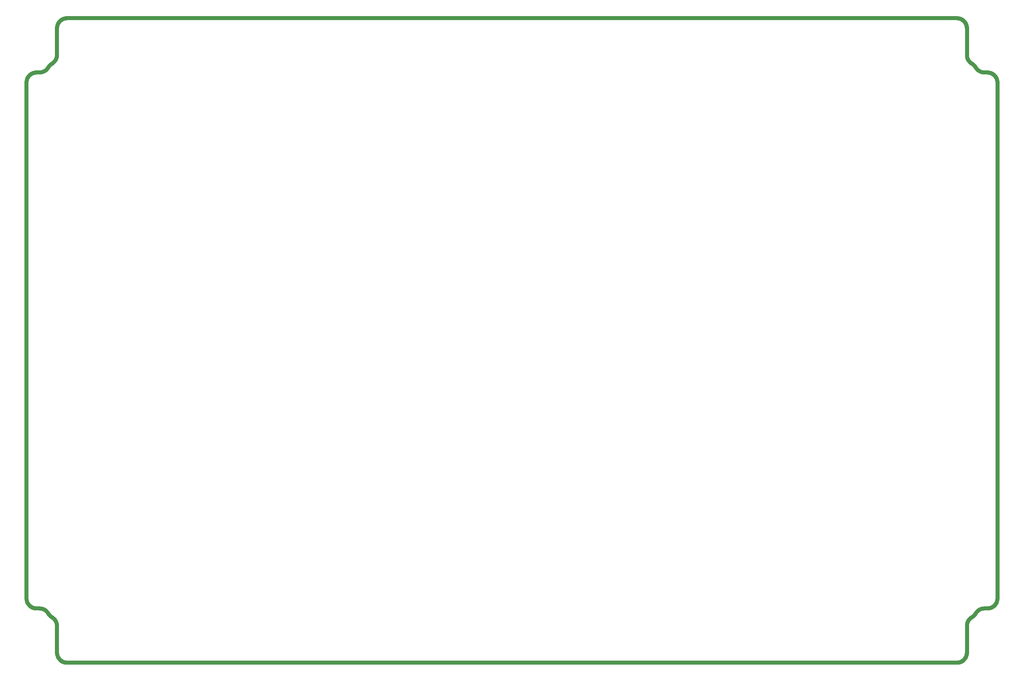
<source format=gm1>
G04*
G04 #@! TF.GenerationSoftware,Altium Limited,Altium Designer,20.1.10 (176)*
G04*
G04 Layer_Color=16711935*
%FSLAX44Y44*%
%MOMM*%
G71*
G04*
G04 #@! TF.SameCoordinates,9A07C0F8-2EC5-444E-B81E-C5A403CEBA23*
G04*
G04*
G04 #@! TF.FilePolarity,Positive*
G04*
G01*
G75*
%ADD10C,0.2000*%
%ADD19C,1.2000*%
%ADD20C,1.2000*%
D10*
X65548Y147420D02*
G03*
X76279Y136585I25981J15000D01*
G01*
Y1768255D02*
G03*
X65548Y1757420I15250J-25835D01*
G01*
Y147420D02*
G03*
X39567Y162420I-25981J-15000D01*
G01*
Y1742420D02*
G03*
X65548Y1757420I0J30000D01*
G01*
X91028Y110750D02*
G03*
X76279Y136585I-30000J-0D01*
G01*
Y1768255D02*
G03*
X91028Y1794090I-15250J25835D01*
G01*
X1028Y192420D02*
G03*
X31028Y162420I30000J0D01*
G01*
Y1742420D02*
G03*
X1028Y1712420I0J-30000D01*
G01*
X91028Y32420D02*
G03*
X121028Y2420I30000J0D01*
G01*
Y1902420D02*
G03*
X91028Y1872420I0J-30000D01*
G01*
X2741029Y2420D02*
G03*
X2771028Y32420I0J30000D01*
G01*
X2785779Y136585D02*
G03*
X2771028Y110750I15250J-25835D01*
G01*
X2785779Y136585D02*
G03*
X2796509Y147420I-15250J25835D01*
G01*
X2822490Y162420D02*
G03*
X2796509Y147420I0J-30000D01*
G01*
X2831029Y162420D02*
G03*
X2861029Y192420I0J30000D01*
G01*
Y1712420D02*
G03*
X2831029Y1742420I-30000J0D01*
G01*
X2796509Y1757420D02*
G03*
X2822490Y1742420I25981J15000D01*
G01*
X2796509Y1757420D02*
G03*
X2785779Y1768255I-25981J-15000D01*
G01*
X2771028Y1794090D02*
G03*
X2785779Y1768255I30000J0D01*
G01*
X2771028Y1872420D02*
G03*
X2741029Y1902420I-30000J0D01*
G01*
X2771028Y32420D02*
Y110750D01*
X31028Y1742420D02*
X39567D01*
X31028Y162420D02*
X39567D01*
X91028Y1794090D02*
Y1872420D01*
Y32420D02*
Y110750D01*
X1028Y192420D02*
Y1712420D01*
X121028Y2420D02*
X2741029D01*
X2822490Y162420D02*
X2831029D01*
X2861029Y190228D02*
Y1712420D01*
X2822490Y1742420D02*
X2831029D01*
X2771028Y1794090D02*
Y1872420D01*
X121028Y1902420D02*
X2741029D01*
X65548Y147420D02*
G03*
X76279Y136585I25981J15000D01*
G01*
Y1768255D02*
G03*
X65548Y1757420I15250J-25835D01*
G01*
Y147420D02*
G03*
X39567Y162420I-25981J-15000D01*
G01*
Y1742420D02*
G03*
X65548Y1757420I0J30000D01*
G01*
X91028Y110750D02*
G03*
X76279Y136585I-30000J-0D01*
G01*
Y1768255D02*
G03*
X91028Y1794090I-15250J25835D01*
G01*
X1028Y192420D02*
G03*
X31028Y162420I30000J0D01*
G01*
Y1742420D02*
G03*
X1028Y1712420I0J-30000D01*
G01*
X91028Y32420D02*
G03*
X121028Y2420I30000J0D01*
G01*
Y1902420D02*
G03*
X91028Y1872420I0J-30000D01*
G01*
X2741029Y2420D02*
G03*
X2771028Y32420I0J30000D01*
G01*
X2785779Y136585D02*
G03*
X2771028Y110750I15250J-25835D01*
G01*
X2785779Y136585D02*
G03*
X2796509Y147420I-15250J25835D01*
G01*
X2822490Y162420D02*
G03*
X2796509Y147420I0J-30000D01*
G01*
X2831029Y162420D02*
G03*
X2861029Y192420I0J30000D01*
G01*
Y1712420D02*
G03*
X2831029Y1742420I-30000J0D01*
G01*
X2796509Y1757420D02*
G03*
X2822490Y1742420I25981J15000D01*
G01*
X2796509Y1757420D02*
G03*
X2785779Y1768255I-25981J-15000D01*
G01*
X2771028Y1794090D02*
G03*
X2785779Y1768255I30000J0D01*
G01*
X2771028Y1872420D02*
G03*
X2741029Y1902420I-30000J0D01*
G01*
X2771028Y32420D02*
Y110750D01*
X31028Y1742420D02*
X39567D01*
X31028Y162420D02*
X39567D01*
X91028Y1794090D02*
Y1872420D01*
Y32420D02*
Y110750D01*
X1028Y192420D02*
Y1712420D01*
X121028Y2420D02*
X2741029D01*
X2822490Y162420D02*
X2831029D01*
X2861029Y190228D02*
Y1712420D01*
X2822490Y1742420D02*
X2831029D01*
X2771028Y1794090D02*
Y1872420D01*
X121028Y1902420D02*
X2741029D01*
D19*
X91028Y110750D02*
G03*
X76279Y136585I-30000J-0D01*
G01*
X91028Y32420D02*
G03*
X121028Y2420I30000J0D01*
G01*
X2741029D02*
G03*
X2771028Y32420I0J30000D01*
G01*
X2785779Y136585D02*
G03*
X2771028Y110750I15250J-25835D01*
G01*
X2785779Y136585D02*
G03*
X2796509Y147420I-15250J25835D01*
G01*
X2822490Y162420D02*
G03*
X2796509Y147420I0J-30000D01*
G01*
X2832995Y162420D02*
G03*
X2860803Y190228I0J27808D01*
G01*
X2861029Y1712420D02*
G03*
X2831029Y1742420I-30000J0D01*
G01*
X2796509Y1757420D02*
G03*
X2822490Y1742420I25981J15000D01*
G01*
X2796509Y1757420D02*
G03*
X2785779Y1768255I-25981J-15000D01*
G01*
X2771028Y1794090D02*
G03*
X2785779Y1768255I30000J0D01*
G01*
X2771028Y1872420D02*
G03*
X2741029Y1902420I-30000J0D01*
G01*
X121028D02*
G03*
X91028Y1872420I0J-30000D01*
G01*
X76279Y1768255D02*
G03*
X91028Y1794090I-15250J25835D01*
G01*
X76279Y1768255D02*
G03*
X65548Y1757420I15250J-25835D01*
G01*
X39567Y1742420D02*
G03*
X65548Y1757420I0J30000D01*
G01*
X31028Y1742420D02*
G03*
X1028Y1712420I0J-30000D01*
G01*
Y192420D02*
G03*
X31028Y162420I30000J0D01*
G01*
X65548Y147420D02*
G03*
X39567Y162420I-25981J-15000D01*
G01*
X65548Y147420D02*
G03*
X76279Y136585I25981J15000D01*
G01*
X91028Y110750D02*
G03*
X76279Y136585I-30000J-0D01*
G01*
X91028Y32420D02*
G03*
X121028Y2420I30000J0D01*
G01*
X2741029D02*
G03*
X2771028Y32420I0J30000D01*
G01*
X2785779Y136585D02*
G03*
X2771028Y110750I15250J-25835D01*
G01*
X2785779Y136585D02*
G03*
X2796509Y147420I-15250J25835D01*
G01*
X2822490Y162420D02*
G03*
X2796509Y147420I0J-30000D01*
G01*
X2831029Y162420D02*
G03*
X2861029Y192420I0J30000D01*
G01*
Y1712420D02*
G03*
X2831029Y1742420I-30000J0D01*
G01*
X2796509Y1757420D02*
G03*
X2822490Y1742420I25981J15000D01*
G01*
X2796509Y1757420D02*
G03*
X2785779Y1768255I-25981J-15000D01*
G01*
X2771028Y1794090D02*
G03*
X2785779Y1768255I30000J0D01*
G01*
X2771028Y1872420D02*
G03*
X2741029Y1902420I-30000J0D01*
G01*
X121028D02*
G03*
X91028Y1872420I0J-30000D01*
G01*
X76279Y1768255D02*
G03*
X91028Y1794090I-15250J25835D01*
G01*
X76279Y1768255D02*
G03*
X65548Y1757420I15250J-25835D01*
G01*
X39567Y1742420D02*
G03*
X65548Y1757420I0J30000D01*
G01*
X31028Y1742420D02*
G03*
X1028Y1712420I0J-30000D01*
G01*
Y192420D02*
G03*
X31028Y162420I30000J0D01*
G01*
X65548Y147420D02*
G03*
X39567Y162420I-25981J-15000D01*
G01*
X65548Y147420D02*
G03*
X76279Y136585I25981J15000D01*
G01*
X91028Y110750D02*
G03*
X76279Y136585I-30000J-0D01*
G01*
X91028Y32420D02*
G03*
X121028Y2420I30000J0D01*
G01*
X2741029D02*
G03*
X2771028Y32420I0J30000D01*
G01*
X2785779Y136585D02*
G03*
X2771028Y110750I15250J-25835D01*
G01*
X2785779Y136585D02*
G03*
X2796509Y147420I-15250J25835D01*
G01*
X2822490Y162420D02*
G03*
X2796509Y147420I0J-30000D01*
G01*
X2831029Y162420D02*
G03*
X2861029Y192420I0J30000D01*
G01*
Y1712420D02*
G03*
X2831029Y1742420I-30000J0D01*
G01*
X2796509Y1757420D02*
G03*
X2822490Y1742420I25981J15000D01*
G01*
X2796509Y1757420D02*
G03*
X2785779Y1768255I-25981J-15000D01*
G01*
X2771028Y1794090D02*
G03*
X2785779Y1768255I30000J0D01*
G01*
X2771028Y1872420D02*
G03*
X2741029Y1902420I-30000J0D01*
G01*
X121028D02*
G03*
X91028Y1872420I0J-30000D01*
G01*
X76279Y1768255D02*
G03*
X91028Y1794090I-15250J25835D01*
G01*
X76279Y1768255D02*
G03*
X65548Y1757420I15250J-25835D01*
G01*
X39567Y1742420D02*
G03*
X65548Y1757420I0J30000D01*
G01*
X31028Y1742420D02*
G03*
X1028Y1712420I0J-30000D01*
G01*
Y192420D02*
G03*
X31028Y162420I30000J0D01*
G01*
X65548Y147420D02*
G03*
X39567Y162420I-25981J-15000D01*
G01*
X65548Y147420D02*
G03*
X76279Y136585I25981J15000D01*
G01*
Y136585D02*
X77920Y135543D01*
X80985Y133150D01*
X83714Y130381D01*
X86063Y127282D01*
X87991Y123905D01*
X89465Y120308D01*
X90463Y116550D01*
X90965Y112694D01*
X91028Y110750D01*
X91028Y32420D01*
Y30454D02*
Y32420D01*
Y30454D02*
X91542Y26555D01*
X92560Y22756D01*
X94065Y19123D01*
X96031Y15717D01*
X98425Y12597D01*
X101206Y9816D01*
X104326Y7423D01*
X107731Y5456D01*
X111365Y3951D01*
X115163Y2933D01*
X119062Y2420D01*
X121028Y2420D01*
X2741029D01*
X2742995D01*
X2746894Y2933D01*
X2750692Y3951D01*
X2754326Y5456D01*
X2757731Y7423D01*
X2760851Y9816D01*
X2763632Y12597D01*
X2766026Y15717D01*
X2767992Y19123D01*
X2769497Y22756D01*
X2770515Y26555D01*
X2771028Y30454D01*
Y32420D01*
Y110750D01*
X2771092Y112694D01*
X2771595Y116550D01*
X2772592Y120308D01*
X2774066Y123905D01*
X2775994Y127282D01*
X2778343Y130381D01*
X2781072Y133150D01*
X2784136Y135543D01*
X2785779Y136585D01*
X2787440Y137566D01*
X2790486Y139938D01*
X2793202Y142681D01*
X2795544Y145749D01*
X2796509Y147420D01*
X2797546Y149087D01*
X2799935Y152200D01*
X2802710Y154975D01*
X2805823Y157364D01*
X2809221Y159326D01*
X2812847Y160828D01*
X2816637Y161844D01*
X2820528Y162356D01*
X2822490Y162420D01*
X2831029D01*
X2832995D01*
X2836894Y162933D01*
X2840692Y163951D01*
X2844326Y165456D01*
X2847731Y167422D01*
X2850851Y169816D01*
X2853632Y172597D01*
X2856026Y175717D01*
X2857993Y179123D01*
X2859497Y182756D01*
X2860515Y186555D01*
X2861029Y190454D01*
Y192420D01*
Y1712420D01*
Y1714386D01*
X2860515Y1718285D02*
X2861029Y1714386D01*
X2859497Y1722084D02*
X2860515Y1718285D01*
X2857993Y1725717D02*
X2859497Y1722084D01*
X2856026Y1729123D02*
X2857993Y1725717D01*
X2853632Y1732243D02*
X2856026Y1729123D01*
X2850851Y1735023D02*
X2853632Y1732243D01*
X2847731Y1737417D02*
X2850851Y1735023D01*
X2844326Y1739384D02*
X2847731Y1737417D01*
X2840692Y1740889D02*
X2844326Y1739384D01*
X2836894Y1741907D02*
X2840692Y1740889D01*
X2832995Y1742420D02*
X2836894Y1741907D01*
X2831029Y1742420D02*
X2832995D01*
X2822490D02*
X2831029D01*
X2820528Y1742484D02*
X2822490Y1742420D01*
X2816637Y1742996D02*
X2820528Y1742484D01*
X2812847Y1744012D02*
X2816637Y1742996D01*
X2809221Y1745514D02*
X2812847Y1744012D01*
X2805823Y1747476D02*
X2809221Y1745514D01*
X2802710Y1749865D02*
X2805823Y1747476D01*
X2799935Y1752639D02*
X2802710Y1749865D01*
X2797546Y1755753D02*
X2799935Y1752639D01*
X2796509Y1757420D02*
X2797546Y1755753D01*
X2795544Y1759091D02*
X2796509Y1757420D01*
X2793202Y1762159D02*
X2795544Y1759091D01*
X2790486Y1764902D02*
X2793202Y1762159D01*
X2787440Y1767274D02*
X2790486Y1764902D01*
X2785779Y1768255D02*
X2787440Y1767274D01*
X2784136Y1769297D02*
X2785779Y1768255D01*
X2781072Y1771690D02*
X2784136Y1769297D01*
X2778343Y1774459D02*
X2781072Y1771690D01*
X2775994Y1777558D02*
X2778343Y1774459D01*
X2774066Y1780935D02*
X2775994Y1777558D01*
X2772592Y1784532D02*
X2774066Y1780935D01*
X2771595Y1788290D02*
X2772592Y1784532D01*
X2771092Y1792146D02*
X2771595Y1788290D01*
X2771028Y1794090D02*
X2771092Y1792146D01*
X2771028Y1794090D02*
Y1872420D01*
Y1874386D01*
X2770515Y1878285D02*
X2771028Y1874386D01*
X2769497Y1882084D02*
X2770515Y1878285D01*
X2767992Y1885717D02*
X2769497Y1882084D01*
X2766026Y1889123D02*
X2767992Y1885717D01*
X2763632Y1892243D02*
X2766026Y1889123D01*
X2760851Y1895023D02*
X2763632Y1892243D01*
X2757731Y1897417D02*
X2760851Y1895023D01*
X2754326Y1899384D02*
X2757731Y1897417D01*
X2750692Y1900889D02*
X2754326Y1899384D01*
X2746894Y1901907D02*
X2750692Y1900889D01*
X2742995Y1902420D02*
X2746894Y1901907D01*
X2741029Y1902420D02*
X2742995D01*
X121028D02*
X2741029D01*
X119062D02*
X121028D01*
X115163Y1901907D02*
X119062Y1902420D01*
X111365Y1900889D02*
X115163Y1901907D01*
X107731Y1899384D02*
X111365Y1900889D01*
X104326Y1897417D02*
X107731Y1899384D01*
X101206Y1895023D02*
X104326Y1897417D01*
X98425Y1892243D02*
X101206Y1895023D01*
X96031Y1889123D02*
X98425Y1892243D01*
X94065Y1885717D02*
X96031Y1889123D01*
X92560Y1882084D02*
X94065Y1885717D01*
X91542Y1878285D02*
X92560Y1882084D01*
X91028Y1874386D02*
X91542Y1878285D01*
X91028Y1872420D02*
Y1874386D01*
Y1794090D02*
Y1872420D01*
X90965Y1792146D02*
X91028Y1794090D01*
X90463Y1788290D02*
X90965Y1792146D01*
X89465Y1784532D02*
X90463Y1788290D01*
X87991Y1780935D02*
X89465Y1784532D01*
X86063Y1777558D02*
X87991Y1780935D01*
X83714Y1774459D02*
X86063Y1777558D01*
X80985Y1771690D02*
X83714Y1774459D01*
X77920Y1769297D02*
X80985Y1771690D01*
X76279Y1768255D02*
X77920Y1769297D01*
X74616Y1767274D02*
X76279Y1768255D01*
X71571Y1764902D02*
X74616Y1767274D01*
X68855Y1762159D02*
X71571Y1764902D01*
X66513Y1759091D02*
X68855Y1762159D01*
X65548Y1757420D02*
X66513Y1759091D01*
X64511Y1755753D02*
X65548Y1757420D01*
X62122Y1752639D02*
X64511Y1755753D01*
X59347Y1749865D02*
X62122Y1752639D01*
X56234Y1747476D02*
X59347Y1749865D01*
X52836Y1745514D02*
X56234Y1747476D01*
X49210Y1744012D02*
X52836Y1745514D01*
X45420Y1742996D02*
X49210Y1744012D01*
X41529Y1742484D02*
X45420Y1742996D01*
X39567Y1742420D02*
X41529Y1742484D01*
X31028Y1742420D02*
X39567D01*
X29062D02*
X31028D01*
X25163Y1741907D02*
X29062Y1742420D01*
X21365Y1740889D02*
X25163Y1741907D01*
X17731Y1739384D02*
X21365Y1740889D01*
X14325Y1737417D02*
X17731Y1739384D01*
X11206Y1735023D02*
X14325Y1737417D01*
X8425Y1732243D02*
X11206Y1735023D01*
X6031Y1729123D02*
X8425Y1732243D01*
X4065Y1725717D02*
X6031Y1729123D01*
X2560Y1722084D02*
X4065Y1725717D01*
X1542Y1718285D02*
X2560Y1722084D01*
X1028Y1714386D02*
X1542Y1718285D01*
X1028Y1712420D02*
Y1714386D01*
Y192420D02*
Y1712420D01*
Y190454D02*
Y192420D01*
Y190454D02*
X1542Y186555D01*
X2560Y182756D01*
X4065Y179123D01*
X6031Y175717D01*
X8425Y172597D01*
X11206Y169816D01*
X14325Y167422D01*
X17731Y165456D01*
X21365Y163951D01*
X25163Y162933D01*
X29062Y162420D01*
X31028Y162420D01*
X39567D01*
X41529Y162356D01*
X45420Y161844D01*
X49210Y160828D01*
X52836Y159326D01*
X56234Y157364D01*
X59347Y154975D01*
X62122Y152200D01*
X64511Y149087D01*
X65548Y147420D01*
X66513Y145749D01*
X68855Y142681D01*
X71571Y139938D01*
X74616Y137566D01*
X76279Y136585D01*
X91028Y32420D02*
Y110750D01*
X121028Y2420D02*
X2741029D01*
X2771028Y32420D02*
Y110750D01*
X2796509Y147420D02*
X2796509Y147420D01*
X2822490Y162420D02*
Y162420D01*
Y162420D02*
X2831029D01*
X2861029Y192420D02*
Y1712420D01*
X2822490Y1742420D02*
X2831029D01*
X2822490Y1742420D02*
Y1742420D01*
X2796509Y1757420D02*
X2796509Y1757420D01*
X2771028Y1794090D02*
Y1872420D01*
X121028Y1902420D02*
X2741029D01*
X91028Y1794090D02*
Y1872420D01*
X31028Y1742420D02*
X39567D01*
X1028Y192420D02*
Y1712420D01*
X31028Y162420D02*
X39567D01*
X91028Y32420D02*
Y110750D01*
X121028Y2420D02*
X2741029D01*
X2771028Y32420D02*
Y110750D01*
X2796509Y147420D02*
X2796509Y147420D01*
X2822490Y162420D02*
Y162420D01*
Y162420D02*
X2831029D01*
X2861029Y192420D02*
Y1712420D01*
X2822490Y1742420D02*
X2831029D01*
X2822490Y1742420D02*
Y1742420D01*
X2796509Y1757420D02*
X2796509Y1757420D01*
X2771028Y1794090D02*
Y1872420D01*
X121028Y1902420D02*
X2741029D01*
X91028Y1794090D02*
Y1872420D01*
X31028Y1742420D02*
X39567D01*
X1028Y192420D02*
Y1712420D01*
X31028Y162420D02*
X39567D01*
X91028Y32420D02*
Y110750D01*
X121028Y2420D02*
X2741029D01*
X2771028Y32420D02*
Y110750D01*
X2796509Y147420D02*
X2796509Y147420D01*
X2822490Y162420D02*
Y162420D01*
Y162420D02*
X2831029D01*
X2861029Y192420D02*
Y1712420D01*
X2822490Y1742420D02*
X2831029D01*
X2822490Y1742420D02*
Y1742420D01*
X2796509Y1757420D02*
X2796509Y1757420D01*
X2771028Y1794090D02*
Y1872420D01*
X121028Y1902420D02*
X2741029D01*
X91028Y1794090D02*
Y1872420D01*
X31028Y1742420D02*
X39567D01*
X1028Y192420D02*
Y1712420D01*
X31028Y162420D02*
X39567D01*
X91028Y110750D02*
G03*
X76279Y136585I-30000J-0D01*
G01*
X91028Y32420D02*
G03*
X121028Y2420I30000J0D01*
G01*
X2741029D02*
G03*
X2771028Y32420I0J30000D01*
G01*
X2785779Y136585D02*
G03*
X2771028Y110750I15250J-25835D01*
G01*
X2785779Y136585D02*
G03*
X2796509Y147420I-15250J25835D01*
G01*
X2822490Y162420D02*
G03*
X2796509Y147420I0J-30000D01*
G01*
X2832995Y162420D02*
G03*
X2860803Y190228I0J27808D01*
G01*
X2861029Y1712420D02*
G03*
X2831029Y1742420I-30000J0D01*
G01*
X2796509Y1757420D02*
G03*
X2822490Y1742420I25981J15000D01*
G01*
X2796509Y1757420D02*
G03*
X2785779Y1768255I-25981J-15000D01*
G01*
X2771028Y1794090D02*
G03*
X2785779Y1768255I30000J0D01*
G01*
X2771028Y1872420D02*
G03*
X2741029Y1902420I-30000J0D01*
G01*
X121028D02*
G03*
X91028Y1872420I0J-30000D01*
G01*
X76279Y1768255D02*
G03*
X91028Y1794090I-15250J25835D01*
G01*
X76279Y1768255D02*
G03*
X65548Y1757420I15250J-25835D01*
G01*
X39567Y1742420D02*
G03*
X65548Y1757420I0J30000D01*
G01*
X31028Y1742420D02*
G03*
X1028Y1712420I0J-30000D01*
G01*
Y192420D02*
G03*
X31028Y162420I30000J0D01*
G01*
X65548Y147420D02*
G03*
X39567Y162420I-25981J-15000D01*
G01*
X65548Y147420D02*
G03*
X76279Y136585I25981J15000D01*
G01*
X91028Y110750D02*
G03*
X76279Y136585I-30000J-0D01*
G01*
X91028Y32420D02*
G03*
X121028Y2420I30000J0D01*
G01*
X2741029D02*
G03*
X2771028Y32420I0J30000D01*
G01*
X2785779Y136585D02*
G03*
X2771028Y110750I15250J-25835D01*
G01*
X2785779Y136585D02*
G03*
X2796509Y147420I-15250J25835D01*
G01*
X2822490Y162420D02*
G03*
X2796509Y147420I0J-30000D01*
G01*
X2831029Y162420D02*
G03*
X2861029Y192420I0J30000D01*
G01*
Y1712420D02*
G03*
X2831029Y1742420I-30000J0D01*
G01*
X2796509Y1757420D02*
G03*
X2822490Y1742420I25981J15000D01*
G01*
X2796509Y1757420D02*
G03*
X2785779Y1768255I-25981J-15000D01*
G01*
X2771028Y1794090D02*
G03*
X2785779Y1768255I30000J0D01*
G01*
X2771028Y1872420D02*
G03*
X2741029Y1902420I-30000J0D01*
G01*
X121028D02*
G03*
X91028Y1872420I0J-30000D01*
G01*
X76279Y1768255D02*
G03*
X91028Y1794090I-15250J25835D01*
G01*
X76279Y1768255D02*
G03*
X65548Y1757420I15250J-25835D01*
G01*
X39567Y1742420D02*
G03*
X65548Y1757420I0J30000D01*
G01*
X31028Y1742420D02*
G03*
X1028Y1712420I0J-30000D01*
G01*
Y192420D02*
G03*
X31028Y162420I30000J0D01*
G01*
X65548Y147420D02*
G03*
X39567Y162420I-25981J-15000D01*
G01*
X65548Y147420D02*
G03*
X76279Y136585I25981J15000D01*
G01*
X91028Y110750D02*
G03*
X76279Y136585I-30000J-0D01*
G01*
X91028Y32420D02*
G03*
X121028Y2420I30000J0D01*
G01*
X2741029D02*
G03*
X2771028Y32420I0J30000D01*
G01*
X2785779Y136585D02*
G03*
X2771028Y110750I15250J-25835D01*
G01*
X2785779Y136585D02*
G03*
X2796509Y147420I-15250J25835D01*
G01*
X2822490Y162420D02*
G03*
X2796509Y147420I0J-30000D01*
G01*
X2831029Y162420D02*
G03*
X2861029Y192420I0J30000D01*
G01*
Y1712420D02*
G03*
X2831029Y1742420I-30000J0D01*
G01*
X2796509Y1757420D02*
G03*
X2822490Y1742420I25981J15000D01*
G01*
X2796509Y1757420D02*
G03*
X2785779Y1768255I-25981J-15000D01*
G01*
X2771028Y1794090D02*
G03*
X2785779Y1768255I30000J0D01*
G01*
X2771028Y1872420D02*
G03*
X2741029Y1902420I-30000J0D01*
G01*
X121028D02*
G03*
X91028Y1872420I0J-30000D01*
G01*
X76279Y1768255D02*
G03*
X91028Y1794090I-15250J25835D01*
G01*
X76279Y1768255D02*
G03*
X65548Y1757420I15250J-25835D01*
G01*
X39567Y1742420D02*
G03*
X65548Y1757420I0J30000D01*
G01*
X31028Y1742420D02*
G03*
X1028Y1712420I0J-30000D01*
G01*
Y192420D02*
G03*
X31028Y162420I30000J0D01*
G01*
X65548Y147420D02*
G03*
X39567Y162420I-25981J-15000D01*
G01*
X65548Y147420D02*
G03*
X76279Y136585I25981J15000D01*
G01*
Y136585D02*
X77920Y135543D01*
X80985Y133150D01*
X83714Y130381D01*
X86063Y127282D01*
X87991Y123905D01*
X89465Y120308D01*
X90463Y116550D01*
X90965Y112694D01*
X91028Y110750D01*
X91028Y32420D01*
Y30454D02*
Y32420D01*
Y30454D02*
X91542Y26555D01*
X92560Y22756D01*
X94065Y19123D01*
X96031Y15717D01*
X98425Y12597D01*
X101206Y9816D01*
X104326Y7423D01*
X107731Y5456D01*
X111365Y3951D01*
X115163Y2933D01*
X119062Y2420D01*
X121028Y2420D01*
X2741029D01*
X2742995D01*
X2746894Y2933D01*
X2750692Y3951D01*
X2754326Y5456D01*
X2757731Y7423D01*
X2760851Y9816D01*
X2763632Y12597D01*
X2766026Y15717D01*
X2767992Y19123D01*
X2769497Y22756D01*
X2770515Y26555D01*
X2771028Y30454D01*
Y32420D01*
Y110750D01*
X2771092Y112694D01*
X2771595Y116550D01*
X2772592Y120308D01*
X2774066Y123905D01*
X2775994Y127282D01*
X2778343Y130381D01*
X2781072Y133150D01*
X2784136Y135543D01*
X2785779Y136585D01*
X2787440Y137566D01*
X2790486Y139938D01*
X2793202Y142681D01*
X2795544Y145749D01*
X2796509Y147420D01*
X2797546Y149087D01*
X2799935Y152200D01*
X2802710Y154975D01*
X2805823Y157364D01*
X2809221Y159326D01*
X2812847Y160828D01*
X2816637Y161844D01*
X2820528Y162356D01*
X2822490Y162420D01*
X2831029D01*
X2832995D01*
X2836894Y162933D01*
X2840692Y163951D01*
X2844326Y165456D01*
X2847731Y167422D01*
X2850851Y169816D01*
X2853632Y172597D01*
X2856026Y175717D01*
X2857993Y179123D01*
X2859497Y182756D01*
X2860515Y186555D01*
X2861029Y190454D01*
Y192420D01*
Y1712420D01*
Y1714386D01*
X2860515Y1718285D02*
X2861029Y1714386D01*
X2859497Y1722084D02*
X2860515Y1718285D01*
X2857993Y1725717D02*
X2859497Y1722084D01*
X2856026Y1729123D02*
X2857993Y1725717D01*
X2853632Y1732243D02*
X2856026Y1729123D01*
X2850851Y1735023D02*
X2853632Y1732243D01*
X2847731Y1737417D02*
X2850851Y1735023D01*
X2844326Y1739384D02*
X2847731Y1737417D01*
X2840692Y1740889D02*
X2844326Y1739384D01*
X2836894Y1741907D02*
X2840692Y1740889D01*
X2832995Y1742420D02*
X2836894Y1741907D01*
X2831029Y1742420D02*
X2832995D01*
X2822490D02*
X2831029D01*
X2820528Y1742484D02*
X2822490Y1742420D01*
X2816637Y1742996D02*
X2820528Y1742484D01*
X2812847Y1744012D02*
X2816637Y1742996D01*
X2809221Y1745514D02*
X2812847Y1744012D01*
X2805823Y1747476D02*
X2809221Y1745514D01*
X2802710Y1749865D02*
X2805823Y1747476D01*
X2799935Y1752639D02*
X2802710Y1749865D01*
X2797546Y1755753D02*
X2799935Y1752639D01*
X2796509Y1757420D02*
X2797546Y1755753D01*
X2795544Y1759091D02*
X2796509Y1757420D01*
X2793202Y1762159D02*
X2795544Y1759091D01*
X2790486Y1764902D02*
X2793202Y1762159D01*
X2787440Y1767274D02*
X2790486Y1764902D01*
X2785779Y1768255D02*
X2787440Y1767274D01*
X2784136Y1769297D02*
X2785779Y1768255D01*
X2781072Y1771690D02*
X2784136Y1769297D01*
X2778343Y1774459D02*
X2781072Y1771690D01*
X2775994Y1777558D02*
X2778343Y1774459D01*
X2774066Y1780935D02*
X2775994Y1777558D01*
X2772592Y1784532D02*
X2774066Y1780935D01*
X2771595Y1788290D02*
X2772592Y1784532D01*
X2771092Y1792146D02*
X2771595Y1788290D01*
X2771028Y1794090D02*
X2771092Y1792146D01*
X2771028Y1794090D02*
Y1872420D01*
Y1874386D01*
X2770515Y1878285D02*
X2771028Y1874386D01*
X2769497Y1882084D02*
X2770515Y1878285D01*
X2767992Y1885717D02*
X2769497Y1882084D01*
X2766026Y1889123D02*
X2767992Y1885717D01*
X2763632Y1892243D02*
X2766026Y1889123D01*
X2760851Y1895023D02*
X2763632Y1892243D01*
X2757731Y1897417D02*
X2760851Y1895023D01*
X2754326Y1899384D02*
X2757731Y1897417D01*
X2750692Y1900889D02*
X2754326Y1899384D01*
X2746894Y1901907D02*
X2750692Y1900889D01*
X2742995Y1902420D02*
X2746894Y1901907D01*
X2741029Y1902420D02*
X2742995D01*
X121028D02*
X2741029D01*
X119062D02*
X121028D01*
X115163Y1901907D02*
X119062Y1902420D01*
X111365Y1900889D02*
X115163Y1901907D01*
X107731Y1899384D02*
X111365Y1900889D01*
X104326Y1897417D02*
X107731Y1899384D01*
X101206Y1895023D02*
X104326Y1897417D01*
X98425Y1892243D02*
X101206Y1895023D01*
X96031Y1889123D02*
X98425Y1892243D01*
X94065Y1885717D02*
X96031Y1889123D01*
X92560Y1882084D02*
X94065Y1885717D01*
X91542Y1878285D02*
X92560Y1882084D01*
X91028Y1874386D02*
X91542Y1878285D01*
X91028Y1872420D02*
Y1874386D01*
Y1794090D02*
Y1872420D01*
X90965Y1792146D02*
X91028Y1794090D01*
X90463Y1788290D02*
X90965Y1792146D01*
X89465Y1784532D02*
X90463Y1788290D01*
X87991Y1780935D02*
X89465Y1784532D01*
X86063Y1777558D02*
X87991Y1780935D01*
X83714Y1774459D02*
X86063Y1777558D01*
X80985Y1771690D02*
X83714Y1774459D01*
X77920Y1769297D02*
X80985Y1771690D01*
X76279Y1768255D02*
X77920Y1769297D01*
X74616Y1767274D02*
X76279Y1768255D01*
X71571Y1764902D02*
X74616Y1767274D01*
X68855Y1762159D02*
X71571Y1764902D01*
X66513Y1759091D02*
X68855Y1762159D01*
X65548Y1757420D02*
X66513Y1759091D01*
X64511Y1755753D02*
X65548Y1757420D01*
X62122Y1752639D02*
X64511Y1755753D01*
X59347Y1749865D02*
X62122Y1752639D01*
X56234Y1747476D02*
X59347Y1749865D01*
X52836Y1745514D02*
X56234Y1747476D01*
X49210Y1744012D02*
X52836Y1745514D01*
X45420Y1742996D02*
X49210Y1744012D01*
X41529Y1742484D02*
X45420Y1742996D01*
X39567Y1742420D02*
X41529Y1742484D01*
X31028Y1742420D02*
X39567D01*
X29062D02*
X31028D01*
X25163Y1741907D02*
X29062Y1742420D01*
X21365Y1740889D02*
X25163Y1741907D01*
X17731Y1739384D02*
X21365Y1740889D01*
X14325Y1737417D02*
X17731Y1739384D01*
X11206Y1735023D02*
X14325Y1737417D01*
X8425Y1732243D02*
X11206Y1735023D01*
X6031Y1729123D02*
X8425Y1732243D01*
X4065Y1725717D02*
X6031Y1729123D01*
X2560Y1722084D02*
X4065Y1725717D01*
X1542Y1718285D02*
X2560Y1722084D01*
X1028Y1714386D02*
X1542Y1718285D01*
X1028Y1712420D02*
Y1714386D01*
Y192420D02*
Y1712420D01*
Y190454D02*
Y192420D01*
Y190454D02*
X1542Y186555D01*
X2560Y182756D01*
X4065Y179123D01*
X6031Y175717D01*
X8425Y172597D01*
X11206Y169816D01*
X14325Y167422D01*
X17731Y165456D01*
X21365Y163951D01*
X25163Y162933D01*
X29062Y162420D01*
X31028Y162420D01*
X39567D01*
X41529Y162356D01*
X45420Y161844D01*
X49210Y160828D01*
X52836Y159326D01*
X56234Y157364D01*
X59347Y154975D01*
X62122Y152200D01*
X64511Y149087D01*
X65548Y147420D01*
X66513Y145749D01*
X68855Y142681D01*
X71571Y139938D01*
X74616Y137566D01*
X76279Y136585D01*
X91028Y32420D02*
Y110750D01*
X121028Y2420D02*
X2741029D01*
X2771028Y32420D02*
Y110750D01*
X2796509Y147420D02*
X2796509Y147420D01*
X2822490Y162420D02*
Y162420D01*
Y162420D02*
X2831029D01*
X2861029Y192420D02*
Y1712420D01*
X2822490Y1742420D02*
X2831029D01*
X2822490Y1742420D02*
Y1742420D01*
X2796509Y1757420D02*
X2796509Y1757420D01*
X2771028Y1794090D02*
Y1872420D01*
X121028Y1902420D02*
X2741029D01*
X91028Y1794090D02*
Y1872420D01*
X31028Y1742420D02*
X39567D01*
X1028Y192420D02*
Y1712420D01*
X31028Y162420D02*
X39567D01*
X91028Y32420D02*
Y110750D01*
X121028Y2420D02*
X2741029D01*
X2771028Y32420D02*
Y110750D01*
X2796509Y147420D02*
X2796509Y147420D01*
X2822490Y162420D02*
Y162420D01*
Y162420D02*
X2831029D01*
X2861029Y192420D02*
Y1712420D01*
X2822490Y1742420D02*
X2831029D01*
X2822490Y1742420D02*
Y1742420D01*
X2796509Y1757420D02*
X2796509Y1757420D01*
X2771028Y1794090D02*
Y1872420D01*
X121028Y1902420D02*
X2741029D01*
X91028Y1794090D02*
Y1872420D01*
X31028Y1742420D02*
X39567D01*
X1028Y192420D02*
Y1712420D01*
X31028Y162420D02*
X39567D01*
X91028Y32420D02*
Y110750D01*
X121028Y2420D02*
X2741029D01*
X2771028Y32420D02*
Y110750D01*
X2796509Y147420D02*
X2796509Y147420D01*
X2822490Y162420D02*
Y162420D01*
Y162420D02*
X2831029D01*
X2861029Y192420D02*
Y1712420D01*
X2822490Y1742420D02*
X2831029D01*
X2822490Y1742420D02*
Y1742420D01*
X2796509Y1757420D02*
X2796509Y1757420D01*
X2771028Y1794090D02*
Y1872420D01*
X121028Y1902420D02*
X2741029D01*
X91028Y1794090D02*
Y1872420D01*
X31028Y1742420D02*
X39567D01*
X1028Y192420D02*
Y1712420D01*
X31028Y162420D02*
X39567D01*
D20*
X76279Y136585D02*
X77920Y135543D01*
X80985Y133150D01*
X83714Y130381D01*
X86063Y127282D01*
X87991Y123905D01*
X89465Y120308D01*
X90463Y116550D01*
X90965Y112694D01*
X91028Y110750D01*
X91028Y32420D01*
Y30454D02*
Y32420D01*
Y30454D02*
X91542Y26555D01*
X92560Y22756D01*
X94065Y19123D01*
X96031Y15717D01*
X98425Y12597D01*
X101206Y9816D01*
X104326Y7423D01*
X107731Y5456D01*
X111365Y3951D01*
X115163Y2933D01*
X119062Y2420D01*
X121028Y2420D01*
X2741029D01*
X2742995D01*
X2746894Y2933D01*
X2750692Y3951D01*
X2754326Y5456D01*
X2757731Y7423D01*
X2760851Y9816D01*
X2763632Y12597D01*
X2766026Y15717D01*
X2767992Y19123D01*
X2769497Y22756D01*
X2770515Y26555D01*
X2771028Y30454D01*
Y32420D01*
Y110750D01*
X2771092Y112694D01*
X2771595Y116550D01*
X2772592Y120308D01*
X2774066Y123905D01*
X2775994Y127282D01*
X2778343Y130381D01*
X2781072Y133150D01*
X2784136Y135543D01*
X2785779Y136585D01*
X2787440Y137566D01*
X2790486Y139938D01*
X2793202Y142681D01*
X2795544Y145749D01*
X2796509Y147420D01*
X2797546Y149087D01*
X2799935Y152200D01*
X2802710Y154975D01*
X2805823Y157364D01*
X2809221Y159326D01*
X2812847Y160828D01*
X2816637Y161844D01*
X2820528Y162356D01*
X2822490Y162420D01*
X2831029D01*
X2832995D01*
X2836894Y162933D01*
X2840692Y163951D01*
X2844326Y165456D01*
X2847731Y167422D01*
X2850851Y169816D01*
X2853632Y172597D01*
X2856026Y175717D01*
X2857993Y179123D01*
X2859497Y182756D01*
X2860515Y186555D01*
X2861029Y190454D01*
Y192420D01*
Y1712420D01*
Y1714386D01*
X2860515Y1718285D02*
X2861029Y1714386D01*
X2859497Y1722084D02*
X2860515Y1718285D01*
X2857993Y1725717D02*
X2859497Y1722084D01*
X2856026Y1729123D02*
X2857993Y1725717D01*
X2853632Y1732243D02*
X2856026Y1729123D01*
X2850851Y1735023D02*
X2853632Y1732243D01*
X2847731Y1737417D02*
X2850851Y1735023D01*
X2844326Y1739384D02*
X2847731Y1737417D01*
X2840692Y1740889D02*
X2844326Y1739384D01*
X2836894Y1741907D02*
X2840692Y1740889D01*
X2832995Y1742420D02*
X2836894Y1741907D01*
X2831029Y1742420D02*
X2832995D01*
X2822490D02*
X2831029D01*
X2820528Y1742484D02*
X2822490Y1742420D01*
X2816637Y1742996D02*
X2820528Y1742484D01*
X2812847Y1744012D02*
X2816637Y1742996D01*
X2809221Y1745514D02*
X2812847Y1744012D01*
X2805823Y1747476D02*
X2809221Y1745514D01*
X2802710Y1749865D02*
X2805823Y1747476D01*
X2799935Y1752639D02*
X2802710Y1749865D01*
X2797546Y1755753D02*
X2799935Y1752639D01*
X2796509Y1757420D02*
X2797546Y1755753D01*
X2795544Y1759091D02*
X2796509Y1757420D01*
X2793202Y1762159D02*
X2795544Y1759091D01*
X2790486Y1764902D02*
X2793202Y1762159D01*
X2787440Y1767274D02*
X2790486Y1764902D01*
X2785779Y1768255D02*
X2787440Y1767274D01*
X2784136Y1769297D02*
X2785779Y1768255D01*
X2781072Y1771690D02*
X2784136Y1769297D01*
X2778343Y1774459D02*
X2781072Y1771690D01*
X2775994Y1777558D02*
X2778343Y1774459D01*
X2774066Y1780935D02*
X2775994Y1777558D01*
X2772592Y1784532D02*
X2774066Y1780935D01*
X2771595Y1788290D02*
X2772592Y1784532D01*
X2771092Y1792146D02*
X2771595Y1788290D01*
X2771028Y1794090D02*
X2771092Y1792146D01*
X2771028Y1794090D02*
Y1872420D01*
Y1874386D01*
X2770515Y1878285D02*
X2771028Y1874386D01*
X2769497Y1882084D02*
X2770515Y1878285D01*
X2767992Y1885717D02*
X2769497Y1882084D01*
X2766026Y1889123D02*
X2767992Y1885717D01*
X2763632Y1892243D02*
X2766026Y1889123D01*
X2760851Y1895023D02*
X2763632Y1892243D01*
X2757731Y1897417D02*
X2760851Y1895023D01*
X2754326Y1899384D02*
X2757731Y1897417D01*
X2750692Y1900889D02*
X2754326Y1899384D01*
X2746894Y1901907D02*
X2750692Y1900889D01*
X2742995Y1902420D02*
X2746894Y1901907D01*
X2741029Y1902420D02*
X2742995D01*
X121028D02*
X2741029D01*
X119062D02*
X121028D01*
X115163Y1901907D02*
X119062Y1902420D01*
X111365Y1900889D02*
X115163Y1901907D01*
X107731Y1899384D02*
X111365Y1900889D01*
X104326Y1897417D02*
X107731Y1899384D01*
X101206Y1895023D02*
X104326Y1897417D01*
X98425Y1892243D02*
X101206Y1895023D01*
X96031Y1889123D02*
X98425Y1892243D01*
X94065Y1885717D02*
X96031Y1889123D01*
X92560Y1882084D02*
X94065Y1885717D01*
X91542Y1878285D02*
X92560Y1882084D01*
X91028Y1874386D02*
X91542Y1878285D01*
X91028Y1872420D02*
Y1874386D01*
Y1794090D02*
Y1872420D01*
X90965Y1792146D02*
X91028Y1794090D01*
X90463Y1788290D02*
X90965Y1792146D01*
X89465Y1784532D02*
X90463Y1788290D01*
X87991Y1780935D02*
X89465Y1784532D01*
X86063Y1777558D02*
X87991Y1780935D01*
X83714Y1774459D02*
X86063Y1777558D01*
X80985Y1771690D02*
X83714Y1774459D01*
X77920Y1769297D02*
X80985Y1771690D01*
X76279Y1768255D02*
X77920Y1769297D01*
X74616Y1767274D02*
X76279Y1768255D01*
X71571Y1764902D02*
X74616Y1767274D01*
X68855Y1762159D02*
X71571Y1764902D01*
X66513Y1759091D02*
X68855Y1762159D01*
X65548Y1757420D02*
X66513Y1759091D01*
X64511Y1755753D02*
X65548Y1757420D01*
X62122Y1752639D02*
X64511Y1755753D01*
X59347Y1749865D02*
X62122Y1752639D01*
X56234Y1747476D02*
X59347Y1749865D01*
X52836Y1745514D02*
X56234Y1747476D01*
X49210Y1744012D02*
X52836Y1745514D01*
X45420Y1742996D02*
X49210Y1744012D01*
X41529Y1742484D02*
X45420Y1742996D01*
X39567Y1742420D02*
X41529Y1742484D01*
X31028Y1742420D02*
X39567D01*
X29062D02*
X31028D01*
X25163Y1741907D02*
X29062Y1742420D01*
X21365Y1740889D02*
X25163Y1741907D01*
X17731Y1739384D02*
X21365Y1740889D01*
X14325Y1737417D02*
X17731Y1739384D01*
X11206Y1735023D02*
X14325Y1737417D01*
X8425Y1732243D02*
X11206Y1735023D01*
X6031Y1729123D02*
X8425Y1732243D01*
X4065Y1725717D02*
X6031Y1729123D01*
X2560Y1722084D02*
X4065Y1725717D01*
X1542Y1718285D02*
X2560Y1722084D01*
X1028Y1714386D02*
X1542Y1718285D01*
X1028Y1712420D02*
Y1714386D01*
Y192420D02*
Y1712420D01*
Y190454D02*
Y192420D01*
Y190454D02*
X1542Y186555D01*
X2560Y182756D01*
X4065Y179123D01*
X6031Y175717D01*
X8425Y172597D01*
X11206Y169816D01*
X14325Y167422D01*
X17731Y165456D01*
X21365Y163951D01*
X25163Y162933D01*
X29062Y162420D01*
X31028Y162420D01*
X39567D01*
X41529Y162356D01*
X45420Y161844D01*
X49210Y160828D01*
X52836Y159326D01*
X56234Y157364D01*
X59347Y154975D01*
X62122Y152200D01*
X64511Y149087D01*
X65548Y147420D01*
X66513Y145749D01*
X68855Y142681D01*
X71571Y139938D01*
X74616Y137566D01*
X76279Y136585D01*
X77920Y135543D01*
X80985Y133150D01*
X83714Y130381D01*
X86063Y127282D01*
X87991Y123905D01*
X89465Y120308D01*
X90463Y116550D01*
X90965Y112694D01*
X91028Y110750D01*
X91028Y32420D01*
Y30454D02*
Y32420D01*
Y30454D02*
X91542Y26555D01*
X92560Y22756D01*
X94065Y19123D01*
X96031Y15717D01*
X98425Y12597D01*
X101206Y9816D01*
X104326Y7423D01*
X107731Y5456D01*
X111365Y3951D01*
X115163Y2933D01*
X119062Y2420D01*
X121028Y2420D01*
X2741029D01*
X2742995D01*
X2746894Y2933D01*
X2750692Y3951D01*
X2754326Y5456D01*
X2757731Y7423D01*
X2760851Y9816D01*
X2763632Y12597D01*
X2766026Y15717D01*
X2767992Y19123D01*
X2769497Y22756D01*
X2770515Y26555D01*
X2771028Y30454D01*
Y32420D01*
Y110750D01*
X2771092Y112694D01*
X2771595Y116550D01*
X2772592Y120308D01*
X2774066Y123905D01*
X2775994Y127282D01*
X2778343Y130381D01*
X2781072Y133150D01*
X2784136Y135543D01*
X2785779Y136585D01*
X2787440Y137566D01*
X2790486Y139938D01*
X2793202Y142681D01*
X2795544Y145749D01*
X2796509Y147420D01*
X2797546Y149087D01*
X2799935Y152200D01*
X2802710Y154975D01*
X2805823Y157364D01*
X2809221Y159326D01*
X2812847Y160828D01*
X2816637Y161844D01*
X2820528Y162356D01*
X2822490Y162420D01*
X2831029D01*
X2832995D01*
X2836894Y162933D01*
X2840692Y163951D01*
X2844326Y165456D01*
X2847731Y167422D01*
X2850851Y169816D01*
X2853632Y172597D01*
X2856026Y175717D01*
X2857993Y179123D01*
X2859497Y182756D01*
X2860515Y186555D01*
X2861029Y190454D01*
Y192420D01*
Y1712420D01*
Y1714386D01*
X2860515Y1718285D02*
X2861029Y1714386D01*
X2859497Y1722084D02*
X2860515Y1718285D01*
X2857993Y1725717D02*
X2859497Y1722084D01*
X2856026Y1729123D02*
X2857993Y1725717D01*
X2853632Y1732243D02*
X2856026Y1729123D01*
X2850851Y1735023D02*
X2853632Y1732243D01*
X2847731Y1737417D02*
X2850851Y1735023D01*
X2844326Y1739384D02*
X2847731Y1737417D01*
X2840692Y1740889D02*
X2844326Y1739384D01*
X2836894Y1741907D02*
X2840692Y1740889D01*
X2832995Y1742420D02*
X2836894Y1741907D01*
X2831029Y1742420D02*
X2832995D01*
X2822490D02*
X2831029D01*
X2820528Y1742484D02*
X2822490Y1742420D01*
X2816637Y1742996D02*
X2820528Y1742484D01*
X2812847Y1744012D02*
X2816637Y1742996D01*
X2809221Y1745514D02*
X2812847Y1744012D01*
X2805823Y1747476D02*
X2809221Y1745514D01*
X2802710Y1749865D02*
X2805823Y1747476D01*
X2799935Y1752639D02*
X2802710Y1749865D01*
X2797546Y1755753D02*
X2799935Y1752639D01*
X2796509Y1757420D02*
X2797546Y1755753D01*
X2795544Y1759091D02*
X2796509Y1757420D01*
X2793202Y1762159D02*
X2795544Y1759091D01*
X2790486Y1764902D02*
X2793202Y1762159D01*
X2787440Y1767274D02*
X2790486Y1764902D01*
X2785779Y1768255D02*
X2787440Y1767274D01*
X2784136Y1769297D02*
X2785779Y1768255D01*
X2781072Y1771690D02*
X2784136Y1769297D01*
X2778343Y1774459D02*
X2781072Y1771690D01*
X2775994Y1777558D02*
X2778343Y1774459D01*
X2774066Y1780935D02*
X2775994Y1777558D01*
X2772592Y1784532D02*
X2774066Y1780935D01*
X2771595Y1788290D02*
X2772592Y1784532D01*
X2771092Y1792146D02*
X2771595Y1788290D01*
X2771028Y1794090D02*
X2771092Y1792146D01*
X2771028Y1794090D02*
Y1872420D01*
Y1874386D01*
X2770515Y1878285D02*
X2771028Y1874386D01*
X2769497Y1882084D02*
X2770515Y1878285D01*
X2767992Y1885717D02*
X2769497Y1882084D01*
X2766026Y1889123D02*
X2767992Y1885717D01*
X2763632Y1892243D02*
X2766026Y1889123D01*
X2760851Y1895023D02*
X2763632Y1892243D01*
X2757731Y1897417D02*
X2760851Y1895023D01*
X2754326Y1899384D02*
X2757731Y1897417D01*
X2750692Y1900889D02*
X2754326Y1899384D01*
X2746894Y1901907D02*
X2750692Y1900889D01*
X2742995Y1902420D02*
X2746894Y1901907D01*
X2741029Y1902420D02*
X2742995D01*
X121028D02*
X2741029D01*
X119062D02*
X121028D01*
X115163Y1901907D02*
X119062Y1902420D01*
X111365Y1900889D02*
X115163Y1901907D01*
X107731Y1899384D02*
X111365Y1900889D01*
X104326Y1897417D02*
X107731Y1899384D01*
X101206Y1895023D02*
X104326Y1897417D01*
X98425Y1892243D02*
X101206Y1895023D01*
X96031Y1889123D02*
X98425Y1892243D01*
X94065Y1885717D02*
X96031Y1889123D01*
X92560Y1882084D02*
X94065Y1885717D01*
X91542Y1878285D02*
X92560Y1882084D01*
X91028Y1874386D02*
X91542Y1878285D01*
X91028Y1872420D02*
Y1874386D01*
Y1794090D02*
Y1872420D01*
X90965Y1792146D02*
X91028Y1794090D01*
X90463Y1788290D02*
X90965Y1792146D01*
X89465Y1784532D02*
X90463Y1788290D01*
X87991Y1780935D02*
X89465Y1784532D01*
X86063Y1777558D02*
X87991Y1780935D01*
X83714Y1774459D02*
X86063Y1777558D01*
X80985Y1771690D02*
X83714Y1774459D01*
X77920Y1769297D02*
X80985Y1771690D01*
X76279Y1768255D02*
X77920Y1769297D01*
X74616Y1767274D02*
X76279Y1768255D01*
X71571Y1764902D02*
X74616Y1767274D01*
X68855Y1762159D02*
X71571Y1764902D01*
X66513Y1759091D02*
X68855Y1762159D01*
X65548Y1757420D02*
X66513Y1759091D01*
X64511Y1755753D02*
X65548Y1757420D01*
X62122Y1752639D02*
X64511Y1755753D01*
X59347Y1749865D02*
X62122Y1752639D01*
X56234Y1747476D02*
X59347Y1749865D01*
X52836Y1745514D02*
X56234Y1747476D01*
X49210Y1744012D02*
X52836Y1745514D01*
X45420Y1742996D02*
X49210Y1744012D01*
X41529Y1742484D02*
X45420Y1742996D01*
X39567Y1742420D02*
X41529Y1742484D01*
X31028Y1742420D02*
X39567D01*
X29062D02*
X31028D01*
X25163Y1741907D02*
X29062Y1742420D01*
X21365Y1740889D02*
X25163Y1741907D01*
X17731Y1739384D02*
X21365Y1740889D01*
X14325Y1737417D02*
X17731Y1739384D01*
X11206Y1735023D02*
X14325Y1737417D01*
X8425Y1732243D02*
X11206Y1735023D01*
X6031Y1729123D02*
X8425Y1732243D01*
X4065Y1725717D02*
X6031Y1729123D01*
X2560Y1722084D02*
X4065Y1725717D01*
X1542Y1718285D02*
X2560Y1722084D01*
X1028Y1714386D02*
X1542Y1718285D01*
X1028Y1712420D02*
Y1714386D01*
Y192420D02*
Y1712420D01*
Y190454D02*
Y192420D01*
Y190454D02*
X1542Y186555D01*
X2560Y182756D01*
X4065Y179123D01*
X6031Y175717D01*
X8425Y172597D01*
X11206Y169816D01*
X14325Y167422D01*
X17731Y165456D01*
X21365Y163951D01*
X25163Y162933D01*
X29062Y162420D01*
X31028Y162420D01*
X39567D01*
X41529Y162356D01*
X45420Y161844D01*
X49210Y160828D01*
X52836Y159326D01*
X56234Y157364D01*
X59347Y154975D01*
X62122Y152200D01*
X64511Y149087D01*
X65548Y147420D01*
X66513Y145749D01*
X68855Y142681D01*
X71571Y139938D01*
X74616Y137566D01*
X76279Y136585D01*
X77920Y135543D01*
X80985Y133150D01*
X83714Y130381D01*
X86063Y127282D01*
X87991Y123905D01*
X89465Y120308D01*
X90463Y116550D01*
X90965Y112694D01*
X91028Y110750D01*
X91028Y32420D01*
Y30454D02*
Y32420D01*
Y30454D02*
X91542Y26555D01*
X92560Y22756D01*
X94065Y19123D01*
X96031Y15717D01*
X98425Y12597D01*
X101206Y9816D01*
X104326Y7423D01*
X107731Y5456D01*
X111365Y3951D01*
X115163Y2933D01*
X119062Y2420D01*
X121028Y2420D01*
X2741029D01*
X2742995D01*
X2746894Y2933D01*
X2750692Y3951D01*
X2754326Y5456D01*
X2757731Y7423D01*
X2760851Y9816D01*
X2763632Y12597D01*
X2766026Y15717D01*
X2767992Y19123D01*
X2769497Y22756D01*
X2770515Y26555D01*
X2771028Y30454D01*
Y32420D01*
Y110750D01*
X2771092Y112694D01*
X2771595Y116550D01*
X2772592Y120308D01*
X2774066Y123905D01*
X2775994Y127282D01*
X2778343Y130381D01*
X2781072Y133150D01*
X2784136Y135543D01*
X2785779Y136585D01*
X2787440Y137566D01*
X2790486Y139938D01*
X2793202Y142681D01*
X2795544Y145749D01*
X2796509Y147420D01*
X2797546Y149087D01*
X2799935Y152200D01*
X2802710Y154975D01*
X2805823Y157364D01*
X2809221Y159326D01*
X2812847Y160828D01*
X2816637Y161844D01*
X2820528Y162356D01*
X2822490Y162420D01*
X2831029D01*
X2832995D01*
X2836894Y162933D01*
X2840692Y163951D01*
X2844326Y165456D01*
X2847731Y167422D01*
X2850851Y169816D01*
X2853632Y172597D01*
X2856026Y175717D01*
X2857993Y179123D01*
X2859497Y182756D01*
X2860515Y186555D01*
X2861029Y190454D01*
Y192420D01*
Y1712420D01*
Y1714386D01*
X2860515Y1718285D02*
X2861029Y1714386D01*
X2859497Y1722084D02*
X2860515Y1718285D01*
X2857993Y1725717D02*
X2859497Y1722084D01*
X2856026Y1729123D02*
X2857993Y1725717D01*
X2853632Y1732243D02*
X2856026Y1729123D01*
X2850851Y1735023D02*
X2853632Y1732243D01*
X2847731Y1737417D02*
X2850851Y1735023D01*
X2844326Y1739384D02*
X2847731Y1737417D01*
X2840692Y1740889D02*
X2844326Y1739384D01*
X2836894Y1741907D02*
X2840692Y1740889D01*
X2832995Y1742420D02*
X2836894Y1741907D01*
X2831029Y1742420D02*
X2832995D01*
X2822490D02*
X2831029D01*
X2820528Y1742484D02*
X2822490Y1742420D01*
X2816637Y1742996D02*
X2820528Y1742484D01*
X2812847Y1744012D02*
X2816637Y1742996D01*
X2809221Y1745514D02*
X2812847Y1744012D01*
X2805823Y1747476D02*
X2809221Y1745514D01*
X2802710Y1749865D02*
X2805823Y1747476D01*
X2799935Y1752639D02*
X2802710Y1749865D01*
X2797546Y1755753D02*
X2799935Y1752639D01*
X2796509Y1757420D02*
X2797546Y1755753D01*
X2795544Y1759091D02*
X2796509Y1757420D01*
X2793202Y1762159D02*
X2795544Y1759091D01*
X2790486Y1764902D02*
X2793202Y1762159D01*
X2787440Y1767274D02*
X2790486Y1764902D01*
X2785779Y1768255D02*
X2787440Y1767274D01*
X2784136Y1769297D02*
X2785779Y1768255D01*
X2781072Y1771690D02*
X2784136Y1769297D01*
X2778343Y1774459D02*
X2781072Y1771690D01*
X2775994Y1777558D02*
X2778343Y1774459D01*
X2774066Y1780935D02*
X2775994Y1777558D01*
X2772592Y1784532D02*
X2774066Y1780935D01*
X2771595Y1788290D02*
X2772592Y1784532D01*
X2771092Y1792146D02*
X2771595Y1788290D01*
X2771028Y1794090D02*
X2771092Y1792146D01*
X2771028Y1794090D02*
Y1872420D01*
Y1874386D01*
X2770515Y1878285D02*
X2771028Y1874386D01*
X2769497Y1882084D02*
X2770515Y1878285D01*
X2767992Y1885717D02*
X2769497Y1882084D01*
X2766026Y1889123D02*
X2767992Y1885717D01*
X2763632Y1892243D02*
X2766026Y1889123D01*
X2760851Y1895023D02*
X2763632Y1892243D01*
X2757731Y1897417D02*
X2760851Y1895023D01*
X2754326Y1899384D02*
X2757731Y1897417D01*
X2750692Y1900889D02*
X2754326Y1899384D01*
X2746894Y1901907D02*
X2750692Y1900889D01*
X2742995Y1902420D02*
X2746894Y1901907D01*
X2741029Y1902420D02*
X2742995D01*
X121028D02*
X2741029D01*
X119062D02*
X121028D01*
X115163Y1901907D02*
X119062Y1902420D01*
X111365Y1900889D02*
X115163Y1901907D01*
X107731Y1899384D02*
X111365Y1900889D01*
X104326Y1897417D02*
X107731Y1899384D01*
X101206Y1895023D02*
X104326Y1897417D01*
X98425Y1892243D02*
X101206Y1895023D01*
X96031Y1889123D02*
X98425Y1892243D01*
X94065Y1885717D02*
X96031Y1889123D01*
X92560Y1882084D02*
X94065Y1885717D01*
X91542Y1878285D02*
X92560Y1882084D01*
X91028Y1874386D02*
X91542Y1878285D01*
X91028Y1872420D02*
Y1874386D01*
Y1794090D02*
Y1872420D01*
X90965Y1792146D02*
X91028Y1794090D01*
X90463Y1788290D02*
X90965Y1792146D01*
X89465Y1784532D02*
X90463Y1788290D01*
X87991Y1780935D02*
X89465Y1784532D01*
X86063Y1777558D02*
X87991Y1780935D01*
X83714Y1774459D02*
X86063Y1777558D01*
X80985Y1771690D02*
X83714Y1774459D01*
X77920Y1769297D02*
X80985Y1771690D01*
X76279Y1768255D02*
X77920Y1769297D01*
X74616Y1767274D02*
X76279Y1768255D01*
X71571Y1764902D02*
X74616Y1767274D01*
X68855Y1762159D02*
X71571Y1764902D01*
X66513Y1759091D02*
X68855Y1762159D01*
X65548Y1757420D02*
X66513Y1759091D01*
X64511Y1755753D02*
X65548Y1757420D01*
X62122Y1752639D02*
X64511Y1755753D01*
X59347Y1749865D02*
X62122Y1752639D01*
X56234Y1747476D02*
X59347Y1749865D01*
X52836Y1745514D02*
X56234Y1747476D01*
X49210Y1744012D02*
X52836Y1745514D01*
X45420Y1742996D02*
X49210Y1744012D01*
X41529Y1742484D02*
X45420Y1742996D01*
X39567Y1742420D02*
X41529Y1742484D01*
X31028Y1742420D02*
X39567D01*
X29062D02*
X31028D01*
X25163Y1741907D02*
X29062Y1742420D01*
X21365Y1740889D02*
X25163Y1741907D01*
X17731Y1739384D02*
X21365Y1740889D01*
X14325Y1737417D02*
X17731Y1739384D01*
X11206Y1735023D02*
X14325Y1737417D01*
X8425Y1732243D02*
X11206Y1735023D01*
X6031Y1729123D02*
X8425Y1732243D01*
X4065Y1725717D02*
X6031Y1729123D01*
X2560Y1722084D02*
X4065Y1725717D01*
X1542Y1718285D02*
X2560Y1722084D01*
X1028Y1714386D02*
X1542Y1718285D01*
X1028Y1712420D02*
Y1714386D01*
Y192420D02*
Y1712420D01*
Y190454D02*
Y192420D01*
Y190454D02*
X1542Y186555D01*
X2560Y182756D01*
X4065Y179123D01*
X6031Y175717D01*
X8425Y172597D01*
X11206Y169816D01*
X14325Y167422D01*
X17731Y165456D01*
X21365Y163951D01*
X25163Y162933D01*
X29062Y162420D01*
X31028Y162420D01*
X39567D01*
X41529Y162356D01*
X45420Y161844D01*
X49210Y160828D01*
X52836Y159326D01*
X56234Y157364D01*
X59347Y154975D01*
X62122Y152200D01*
X64511Y149087D01*
X65548Y147420D01*
X66513Y145749D01*
X68855Y142681D01*
X71571Y139938D01*
X74616Y137566D01*
X76279Y136585D01*
X77920Y135543D01*
X80985Y133150D01*
X83714Y130381D01*
X86063Y127282D01*
X87991Y123905D01*
X89465Y120308D01*
X90463Y116550D01*
X90965Y112694D01*
X91028Y110750D01*
X91028Y32420D01*
Y30454D02*
Y32420D01*
Y30454D02*
X91542Y26555D01*
X92560Y22756D01*
X94065Y19123D01*
X96031Y15717D01*
X98425Y12597D01*
X101206Y9816D01*
X104326Y7423D01*
X107731Y5456D01*
X111365Y3951D01*
X115163Y2933D01*
X119062Y2420D01*
X121028Y2420D01*
X2741029D01*
X2742995D01*
X2746894Y2933D01*
X2750692Y3951D01*
X2754326Y5456D01*
X2757731Y7423D01*
X2760851Y9816D01*
X2763632Y12597D01*
X2766026Y15717D01*
X2767992Y19123D01*
X2769497Y22756D01*
X2770515Y26555D01*
X2771028Y30454D01*
Y32420D01*
Y110750D01*
X2771092Y112694D01*
X2771595Y116550D01*
X2772592Y120308D01*
X2774066Y123905D01*
X2775994Y127282D01*
X2778343Y130381D01*
X2781072Y133150D01*
X2784136Y135543D01*
X2785779Y136585D01*
X2787440Y137566D01*
X2790486Y139938D01*
X2793202Y142681D01*
X2795544Y145749D01*
X2796509Y147420D01*
X2797546Y149087D01*
X2799935Y152200D01*
X2802710Y154975D01*
X2805823Y157364D01*
X2809221Y159326D01*
X2812847Y160828D01*
X2816637Y161844D01*
X2820528Y162356D01*
X2822490Y162420D01*
X2831029D01*
X2832995D02*
X2836894Y162933D01*
X2840692Y163951D01*
X2844326Y165456D01*
X2847731Y167422D01*
X2850851Y169816D01*
X2853632Y172597D01*
X2856026Y175717D01*
X2857993Y179123D01*
X2859497Y182756D01*
X2860515Y186555D01*
X2861029Y190454D01*
Y192420D01*
Y1712420D01*
Y1714386D01*
X2860515Y1718285D02*
X2861029Y1714386D01*
X2859497Y1722084D02*
X2860515Y1718285D01*
X2857993Y1725717D02*
X2859497Y1722084D01*
X2856026Y1729123D02*
X2857993Y1725717D01*
X2853632Y1732243D02*
X2856026Y1729123D01*
X2850851Y1735023D02*
X2853632Y1732243D01*
X2847731Y1737417D02*
X2850851Y1735023D01*
X2844326Y1739384D02*
X2847731Y1737417D01*
X2840692Y1740889D02*
X2844326Y1739384D01*
X2836894Y1741907D02*
X2840692Y1740889D01*
X2832995Y1742420D02*
X2836894Y1741907D01*
X2831029Y1742420D02*
X2832995D01*
X2822490D02*
X2831029D01*
X2820528Y1742484D02*
X2822490Y1742420D01*
X2816637Y1742996D02*
X2820528Y1742484D01*
X2812847Y1744012D02*
X2816637Y1742996D01*
X2809221Y1745514D02*
X2812847Y1744012D01*
X2805823Y1747476D02*
X2809221Y1745514D01*
X2802710Y1749865D02*
X2805823Y1747476D01*
X2799935Y1752639D02*
X2802710Y1749865D01*
X2797546Y1755753D02*
X2799935Y1752639D01*
X2796509Y1757420D02*
X2797546Y1755753D01*
X2795544Y1759091D02*
X2796509Y1757420D01*
X2793202Y1762159D02*
X2795544Y1759091D01*
X2790486Y1764902D02*
X2793202Y1762159D01*
X2787440Y1767274D02*
X2790486Y1764902D01*
X2785779Y1768255D02*
X2787440Y1767274D01*
X2784136Y1769297D02*
X2785779Y1768255D01*
X2781072Y1771690D02*
X2784136Y1769297D01*
X2778343Y1774459D02*
X2781072Y1771690D01*
X2775994Y1777558D02*
X2778343Y1774459D01*
X2774066Y1780935D02*
X2775994Y1777558D01*
X2772592Y1784532D02*
X2774066Y1780935D01*
X2771595Y1788290D02*
X2772592Y1784532D01*
X2771092Y1792146D02*
X2771595Y1788290D01*
X2771028Y1794090D02*
X2771092Y1792146D01*
X2771028Y1794090D02*
Y1872420D01*
Y1874386D01*
X2770515Y1878285D02*
X2771028Y1874386D01*
X2769497Y1882084D02*
X2770515Y1878285D01*
X2767992Y1885717D02*
X2769497Y1882084D01*
X2766026Y1889123D02*
X2767992Y1885717D01*
X2763632Y1892243D02*
X2766026Y1889123D01*
X2760851Y1895023D02*
X2763632Y1892243D01*
X2757731Y1897417D02*
X2760851Y1895023D01*
X2754326Y1899384D02*
X2757731Y1897417D01*
X2750692Y1900889D02*
X2754326Y1899384D01*
X2746894Y1901907D02*
X2750692Y1900889D01*
X2742995Y1902420D02*
X2746894Y1901907D01*
X2741029Y1902420D02*
X2742995D01*
X121028D02*
X2741029D01*
X119062D02*
X121028D01*
X115163Y1901907D02*
X119062Y1902420D01*
X111365Y1900889D02*
X115163Y1901907D01*
X107731Y1899384D02*
X111365Y1900889D01*
X104326Y1897417D02*
X107731Y1899384D01*
X101206Y1895023D02*
X104326Y1897417D01*
X98425Y1892243D02*
X101206Y1895023D01*
X96031Y1889123D02*
X98425Y1892243D01*
X94065Y1885717D02*
X96031Y1889123D01*
X92560Y1882084D02*
X94065Y1885717D01*
X91542Y1878285D02*
X92560Y1882084D01*
X91028Y1874386D02*
X91542Y1878285D01*
X91028Y1872420D02*
Y1874386D01*
Y1794090D02*
Y1872420D01*
X90965Y1792146D02*
X91028Y1794090D01*
X90463Y1788290D02*
X90965Y1792146D01*
X89465Y1784532D02*
X90463Y1788290D01*
X87991Y1780935D02*
X89465Y1784532D01*
X86063Y1777558D02*
X87991Y1780935D01*
X83714Y1774459D02*
X86063Y1777558D01*
X80985Y1771690D02*
X83714Y1774459D01*
X77920Y1769297D02*
X80985Y1771690D01*
X76279Y1768255D02*
X77920Y1769297D01*
X74616Y1767274D02*
X76279Y1768255D01*
X71571Y1764902D02*
X74616Y1767274D01*
X68855Y1762159D02*
X71571Y1764902D01*
X66513Y1759091D02*
X68855Y1762159D01*
X65548Y1757420D02*
X66513Y1759091D01*
X64511Y1755753D02*
X65548Y1757420D01*
X62122Y1752639D02*
X64511Y1755753D01*
X59347Y1749865D02*
X62122Y1752639D01*
X56234Y1747476D02*
X59347Y1749865D01*
X52836Y1745514D02*
X56234Y1747476D01*
X49210Y1744012D02*
X52836Y1745514D01*
X45420Y1742996D02*
X49210Y1744012D01*
X41529Y1742484D02*
X45420Y1742996D01*
X39567Y1742420D02*
X41529Y1742484D01*
X31028Y1742420D02*
X39567D01*
X29062D02*
X31028D01*
X25163Y1741907D02*
X29062Y1742420D01*
X21365Y1740889D02*
X25163Y1741907D01*
X17731Y1739384D02*
X21365Y1740889D01*
X14325Y1737417D02*
X17731Y1739384D01*
X11206Y1735023D02*
X14325Y1737417D01*
X8425Y1732243D02*
X11206Y1735023D01*
X6031Y1729123D02*
X8425Y1732243D01*
X4065Y1725717D02*
X6031Y1729123D01*
X2560Y1722084D02*
X4065Y1725717D01*
X1542Y1718285D02*
X2560Y1722084D01*
X1028Y1714386D02*
X1542Y1718285D01*
X1028Y1712420D02*
Y1714386D01*
Y192420D02*
Y1712420D01*
Y190454D02*
Y192420D01*
Y190454D02*
X1542Y186555D01*
X2560Y182756D01*
X4065Y179123D01*
X6031Y175717D01*
X8425Y172597D01*
X11206Y169816D01*
X14325Y167422D01*
X17731Y165456D01*
X21365Y163951D01*
X25163Y162933D01*
X29062Y162420D01*
X31028Y162420D01*
X39567D01*
X41529Y162356D01*
X45420Y161844D01*
X49210Y160828D01*
X52836Y159326D01*
X56234Y157364D01*
X59347Y154975D01*
X62122Y152200D01*
X64511Y149087D01*
X65548Y147420D01*
X66513Y145749D01*
X68855Y142681D01*
X71571Y139938D01*
X74616Y137566D01*
X76279Y136585D01*
X77920Y135543D01*
X80985Y133150D01*
X83714Y130381D01*
X86063Y127282D01*
X87991Y123905D01*
X89465Y120308D01*
X90463Y116550D01*
X90965Y112694D01*
X91028Y110750D01*
X91028Y32420D01*
Y30454D02*
Y32420D01*
Y30454D02*
X91542Y26555D01*
X92560Y22756D01*
X94065Y19123D01*
X96031Y15717D01*
X98425Y12597D01*
X101206Y9816D01*
X104326Y7423D01*
X107731Y5456D01*
X111365Y3951D01*
X115163Y2933D01*
X119062Y2420D01*
X121028Y2420D01*
X2741029D01*
X2742995D01*
X2746894Y2933D01*
X2750692Y3951D01*
X2754326Y5456D01*
X2757731Y7423D01*
X2760851Y9816D01*
X2763632Y12597D01*
X2766026Y15717D01*
X2767992Y19123D01*
X2769497Y22756D01*
X2770515Y26555D01*
X2771028Y30454D01*
Y32420D01*
Y110750D01*
X2771092Y112694D01*
X2771595Y116550D01*
X2772592Y120308D01*
X2774066Y123905D01*
X2775994Y127282D01*
X2778343Y130381D01*
X2781072Y133150D01*
X2784136Y135543D01*
X2785779Y136585D01*
X2787440Y137566D01*
X2790486Y139938D01*
X2793202Y142681D01*
X2795544Y145749D01*
X2796509Y147420D01*
X2797546Y149087D01*
X2799935Y152200D01*
X2802710Y154975D01*
X2805823Y157364D01*
X2809221Y159326D01*
X2812847Y160828D01*
X2816637Y161844D01*
X2820528Y162356D01*
X2822490Y162420D01*
X2831029D01*
X2832995D01*
X2836894Y162933D01*
X2840692Y163951D01*
X2844326Y165456D01*
X2847731Y167422D01*
X2850851Y169816D01*
X2853632Y172597D01*
X2856026Y175717D01*
X2857993Y179123D01*
X2859497Y182756D01*
X2860515Y186555D01*
X2861029Y190454D01*
Y192420D01*
Y1712420D01*
Y1714386D01*
X2860515Y1718285D02*
X2861029Y1714386D01*
X2859497Y1722084D02*
X2860515Y1718285D01*
X2857993Y1725717D02*
X2859497Y1722084D01*
X2856026Y1729123D02*
X2857993Y1725717D01*
X2853632Y1732243D02*
X2856026Y1729123D01*
X2850851Y1735023D02*
X2853632Y1732243D01*
X2847731Y1737417D02*
X2850851Y1735023D01*
X2844326Y1739384D02*
X2847731Y1737417D01*
X2840692Y1740889D02*
X2844326Y1739384D01*
X2836894Y1741907D02*
X2840692Y1740889D01*
X2832995Y1742420D02*
X2836894Y1741907D01*
X2831029Y1742420D02*
X2832995D01*
X2822490D02*
X2831029D01*
X2820528Y1742484D02*
X2822490Y1742420D01*
X2816637Y1742996D02*
X2820528Y1742484D01*
X2812847Y1744012D02*
X2816637Y1742996D01*
X2809221Y1745514D02*
X2812847Y1744012D01*
X2805823Y1747476D02*
X2809221Y1745514D01*
X2802710Y1749865D02*
X2805823Y1747476D01*
X2799935Y1752639D02*
X2802710Y1749865D01*
X2797546Y1755753D02*
X2799935Y1752639D01*
X2796509Y1757420D02*
X2797546Y1755753D01*
X2795544Y1759091D02*
X2796509Y1757420D01*
X2793202Y1762159D02*
X2795544Y1759091D01*
X2790486Y1764902D02*
X2793202Y1762159D01*
X2787440Y1767274D02*
X2790486Y1764902D01*
X2785779Y1768255D02*
X2787440Y1767274D01*
X2784136Y1769297D02*
X2785779Y1768255D01*
X2781072Y1771690D02*
X2784136Y1769297D01*
X2778343Y1774459D02*
X2781072Y1771690D01*
X2775994Y1777558D02*
X2778343Y1774459D01*
X2774066Y1780935D02*
X2775994Y1777558D01*
X2772592Y1784532D02*
X2774066Y1780935D01*
X2771595Y1788290D02*
X2772592Y1784532D01*
X2771092Y1792146D02*
X2771595Y1788290D01*
X2771028Y1794090D02*
X2771092Y1792146D01*
X2771028Y1794090D02*
Y1872420D01*
Y1874386D01*
X2770515Y1878285D02*
X2771028Y1874386D01*
X2769497Y1882084D02*
X2770515Y1878285D01*
X2767992Y1885717D02*
X2769497Y1882084D01*
X2766026Y1889123D02*
X2767992Y1885717D01*
X2763632Y1892243D02*
X2766026Y1889123D01*
X2760851Y1895023D02*
X2763632Y1892243D01*
X2757731Y1897417D02*
X2760851Y1895023D01*
X2754326Y1899384D02*
X2757731Y1897417D01*
X2750692Y1900889D02*
X2754326Y1899384D01*
X2746894Y1901907D02*
X2750692Y1900889D01*
X2742995Y1902420D02*
X2746894Y1901907D01*
X2741029Y1902420D02*
X2742995D01*
X121028D02*
X2741029D01*
X119062D02*
X121028D01*
X115163Y1901907D02*
X119062Y1902420D01*
X111365Y1900889D02*
X115163Y1901907D01*
X107731Y1899384D02*
X111365Y1900889D01*
X104326Y1897417D02*
X107731Y1899384D01*
X101206Y1895023D02*
X104326Y1897417D01*
X98425Y1892243D02*
X101206Y1895023D01*
X96031Y1889123D02*
X98425Y1892243D01*
X94065Y1885717D02*
X96031Y1889123D01*
X92560Y1882084D02*
X94065Y1885717D01*
X91542Y1878285D02*
X92560Y1882084D01*
X91028Y1874386D02*
X91542Y1878285D01*
X91028Y1872420D02*
Y1874386D01*
Y1794090D02*
Y1872420D01*
X90965Y1792146D02*
X91028Y1794090D01*
X90463Y1788290D02*
X90965Y1792146D01*
X89465Y1784532D02*
X90463Y1788290D01*
X87991Y1780935D02*
X89465Y1784532D01*
X86063Y1777558D02*
X87991Y1780935D01*
X83714Y1774459D02*
X86063Y1777558D01*
X80985Y1771690D02*
X83714Y1774459D01*
X77920Y1769297D02*
X80985Y1771690D01*
X76279Y1768255D02*
X77920Y1769297D01*
X74616Y1767274D02*
X76279Y1768255D01*
X71571Y1764902D02*
X74616Y1767274D01*
X68855Y1762159D02*
X71571Y1764902D01*
X66513Y1759091D02*
X68855Y1762159D01*
X65548Y1757420D02*
X66513Y1759091D01*
X64511Y1755753D02*
X65548Y1757420D01*
X62122Y1752639D02*
X64511Y1755753D01*
X59347Y1749865D02*
X62122Y1752639D01*
X56234Y1747476D02*
X59347Y1749865D01*
X52836Y1745514D02*
X56234Y1747476D01*
X49210Y1744012D02*
X52836Y1745514D01*
X45420Y1742996D02*
X49210Y1744012D01*
X41529Y1742484D02*
X45420Y1742996D01*
X39567Y1742420D02*
X41529Y1742484D01*
X31028Y1742420D02*
X39567D01*
X29062D02*
X31028D01*
X25163Y1741907D02*
X29062Y1742420D01*
X21365Y1740889D02*
X25163Y1741907D01*
X17731Y1739384D02*
X21365Y1740889D01*
X14325Y1737417D02*
X17731Y1739384D01*
X11206Y1735023D02*
X14325Y1737417D01*
X8425Y1732243D02*
X11206Y1735023D01*
X6031Y1729123D02*
X8425Y1732243D01*
X4065Y1725717D02*
X6031Y1729123D01*
X2560Y1722084D02*
X4065Y1725717D01*
X1542Y1718285D02*
X2560Y1722084D01*
X1028Y1714386D02*
X1542Y1718285D01*
X1028Y1712420D02*
Y1714386D01*
Y192420D02*
Y1712420D01*
Y190454D02*
Y192420D01*
Y190454D02*
X1542Y186555D01*
X2560Y182756D01*
X4065Y179123D01*
X6031Y175717D01*
X8425Y172597D01*
X11206Y169816D01*
X14325Y167422D01*
X17731Y165456D01*
X21365Y163951D01*
X25163Y162933D01*
X29062Y162420D01*
X31028Y162420D01*
X39567D01*
X41529Y162356D01*
X45420Y161844D01*
X49210Y160828D01*
X52836Y159326D01*
X56234Y157364D01*
X59347Y154975D01*
X62122Y152200D01*
X64511Y149087D01*
X65548Y147420D01*
X66513Y145749D01*
X68855Y142681D01*
X71571Y139938D01*
X74616Y137566D01*
X76279Y136585D01*
X77920Y135543D01*
X80985Y133150D01*
X83714Y130381D01*
X86063Y127282D01*
X87991Y123905D01*
X89465Y120308D01*
X90463Y116550D01*
X90965Y112694D01*
X91028Y110750D01*
X91028Y32420D01*
Y30454D02*
Y32420D01*
Y30454D02*
X91542Y26555D01*
X92560Y22756D01*
X94065Y19123D01*
X96031Y15717D01*
X98425Y12597D01*
X101206Y9816D01*
X104326Y7423D01*
X107731Y5456D01*
X111365Y3951D01*
X115163Y2933D01*
X119062Y2420D01*
X121028Y2420D01*
X2741029D01*
X2742995D01*
X2746894Y2933D01*
X2750692Y3951D01*
X2754326Y5456D01*
X2757731Y7423D01*
X2760851Y9816D01*
X2763632Y12597D01*
X2766026Y15717D01*
X2767992Y19123D01*
X2769497Y22756D01*
X2770515Y26555D01*
X2771028Y30454D01*
Y32420D01*
Y110750D01*
X2771092Y112694D01*
X2771595Y116550D01*
X2772592Y120308D01*
X2774066Y123905D01*
X2775994Y127282D01*
X2778343Y130381D01*
X2781072Y133150D01*
X2784136Y135543D01*
X2785779Y136585D01*
X2787440Y137566D01*
X2790486Y139938D01*
X2793202Y142681D01*
X2795544Y145749D01*
X2796509Y147420D01*
X2797546Y149087D01*
X2799935Y152200D01*
X2802710Y154975D01*
X2805823Y157364D01*
X2809221Y159326D01*
X2812847Y160828D01*
X2816637Y161844D01*
X2820528Y162356D01*
X2822490Y162420D01*
X2831029D01*
X2832995D01*
X2836894Y162933D01*
X2840692Y163951D01*
X2844326Y165456D01*
X2847731Y167422D01*
X2850851Y169816D01*
X2853632Y172597D01*
X2856026Y175717D01*
X2857993Y179123D01*
X2859497Y182756D01*
X2860515Y186555D01*
X2861029Y190454D01*
Y192420D01*
Y1712420D01*
Y1714386D01*
X2860515Y1718285D02*
X2861029Y1714386D01*
X2859497Y1722084D02*
X2860515Y1718285D01*
X2857993Y1725717D02*
X2859497Y1722084D01*
X2856026Y1729123D02*
X2857993Y1725717D01*
X2853632Y1732243D02*
X2856026Y1729123D01*
X2850851Y1735023D02*
X2853632Y1732243D01*
X2847731Y1737417D02*
X2850851Y1735023D01*
X2844326Y1739384D02*
X2847731Y1737417D01*
X2840692Y1740889D02*
X2844326Y1739384D01*
X2836894Y1741907D02*
X2840692Y1740889D01*
X2832995Y1742420D02*
X2836894Y1741907D01*
X2831029Y1742420D02*
X2832995D01*
X2822490D02*
X2831029D01*
X2820528Y1742484D02*
X2822490Y1742420D01*
X2816637Y1742996D02*
X2820528Y1742484D01*
X2812847Y1744012D02*
X2816637Y1742996D01*
X2809221Y1745514D02*
X2812847Y1744012D01*
X2805823Y1747476D02*
X2809221Y1745514D01*
X2802710Y1749865D02*
X2805823Y1747476D01*
X2799935Y1752639D02*
X2802710Y1749865D01*
X2797546Y1755753D02*
X2799935Y1752639D01*
X2796509Y1757420D02*
X2797546Y1755753D01*
X2795544Y1759091D02*
X2796509Y1757420D01*
X2793202Y1762159D02*
X2795544Y1759091D01*
X2790486Y1764902D02*
X2793202Y1762159D01*
X2787440Y1767274D02*
X2790486Y1764902D01*
X2785779Y1768255D02*
X2787440Y1767274D01*
X2784136Y1769297D02*
X2785779Y1768255D01*
X2781072Y1771690D02*
X2784136Y1769297D01*
X2778343Y1774459D02*
X2781072Y1771690D01*
X2775994Y1777558D02*
X2778343Y1774459D01*
X2774066Y1780935D02*
X2775994Y1777558D01*
X2772592Y1784532D02*
X2774066Y1780935D01*
X2771595Y1788290D02*
X2772592Y1784532D01*
X2771092Y1792146D02*
X2771595Y1788290D01*
X2771028Y1794090D02*
X2771092Y1792146D01*
X2771028Y1794090D02*
Y1872420D01*
Y1874386D01*
X2770515Y1878285D02*
X2771028Y1874386D01*
X2769497Y1882084D02*
X2770515Y1878285D01*
X2767992Y1885717D02*
X2769497Y1882084D01*
X2766026Y1889123D02*
X2767992Y1885717D01*
X2763632Y1892243D02*
X2766026Y1889123D01*
X2760851Y1895023D02*
X2763632Y1892243D01*
X2757731Y1897417D02*
X2760851Y1895023D01*
X2754326Y1899384D02*
X2757731Y1897417D01*
X2750692Y1900889D02*
X2754326Y1899384D01*
X2746894Y1901907D02*
X2750692Y1900889D01*
X2742995Y1902420D02*
X2746894Y1901907D01*
X2741029Y1902420D02*
X2742995D01*
X121028D02*
X2741029D01*
X119062D02*
X121028D01*
X115163Y1901907D02*
X119062Y1902420D01*
X111365Y1900889D02*
X115163Y1901907D01*
X107731Y1899384D02*
X111365Y1900889D01*
X104326Y1897417D02*
X107731Y1899384D01*
X101206Y1895023D02*
X104326Y1897417D01*
X98425Y1892243D02*
X101206Y1895023D01*
X96031Y1889123D02*
X98425Y1892243D01*
X94065Y1885717D02*
X96031Y1889123D01*
X92560Y1882084D02*
X94065Y1885717D01*
X91542Y1878285D02*
X92560Y1882084D01*
X91028Y1874386D02*
X91542Y1878285D01*
X91028Y1872420D02*
Y1874386D01*
Y1794090D02*
Y1872420D01*
X90965Y1792146D02*
X91028Y1794090D01*
X90463Y1788290D02*
X90965Y1792146D01*
X89465Y1784532D02*
X90463Y1788290D01*
X87991Y1780935D02*
X89465Y1784532D01*
X86063Y1777558D02*
X87991Y1780935D01*
X83714Y1774459D02*
X86063Y1777558D01*
X80985Y1771690D02*
X83714Y1774459D01*
X77920Y1769297D02*
X80985Y1771690D01*
X76279Y1768255D02*
X77920Y1769297D01*
X74616Y1767274D02*
X76279Y1768255D01*
X71571Y1764902D02*
X74616Y1767274D01*
X68855Y1762159D02*
X71571Y1764902D01*
X66513Y1759091D02*
X68855Y1762159D01*
X65548Y1757420D02*
X66513Y1759091D01*
X64511Y1755753D02*
X65548Y1757420D01*
X62122Y1752639D02*
X64511Y1755753D01*
X59347Y1749865D02*
X62122Y1752639D01*
X56234Y1747476D02*
X59347Y1749865D01*
X52836Y1745514D02*
X56234Y1747476D01*
X49210Y1744012D02*
X52836Y1745514D01*
X45420Y1742996D02*
X49210Y1744012D01*
X41529Y1742484D02*
X45420Y1742996D01*
X39567Y1742420D02*
X41529Y1742484D01*
X31028Y1742420D02*
X39567D01*
X29062D02*
X31028D01*
X25163Y1741907D02*
X29062Y1742420D01*
X21365Y1740889D02*
X25163Y1741907D01*
X17731Y1739384D02*
X21365Y1740889D01*
X14325Y1737417D02*
X17731Y1739384D01*
X11206Y1735023D02*
X14325Y1737417D01*
X8425Y1732243D02*
X11206Y1735023D01*
X6031Y1729123D02*
X8425Y1732243D01*
X4065Y1725717D02*
X6031Y1729123D01*
X2560Y1722084D02*
X4065Y1725717D01*
X1542Y1718285D02*
X2560Y1722084D01*
X1028Y1714386D02*
X1542Y1718285D01*
X1028Y1712420D02*
Y1714386D01*
Y192420D02*
Y1712420D01*
Y190454D02*
Y192420D01*
Y190454D02*
X1542Y186555D01*
X2560Y182756D01*
X4065Y179123D01*
X6031Y175717D01*
X8425Y172597D01*
X11206Y169816D01*
X14325Y167422D01*
X17731Y165456D01*
X21365Y163951D01*
X25163Y162933D01*
X29062Y162420D01*
X31028Y162420D01*
X39567D01*
X41529Y162356D01*
X45420Y161844D01*
X49210Y160828D01*
X52836Y159326D01*
X56234Y157364D01*
X59347Y154975D01*
X62122Y152200D01*
X64511Y149087D01*
X65548Y147420D01*
X66513Y145749D01*
X68855Y142681D01*
X71571Y139938D01*
X74616Y137566D01*
X76279Y136585D01*
X77920Y135543D01*
X80985Y133150D01*
X83714Y130381D01*
X86063Y127282D01*
X87991Y123905D01*
X89465Y120308D01*
X90463Y116550D01*
X90965Y112694D01*
X91028Y110750D01*
X91028Y32420D01*
Y30454D02*
Y32420D01*
Y30454D02*
X91542Y26555D01*
X92560Y22756D01*
X94065Y19123D01*
X96031Y15717D01*
X98425Y12597D01*
X101206Y9816D01*
X104326Y7423D01*
X107731Y5456D01*
X111365Y3951D01*
X115163Y2933D01*
X119062Y2420D01*
X121028Y2420D01*
X2741029D01*
X2742995D01*
X2746894Y2933D01*
X2750692Y3951D01*
X2754326Y5456D01*
X2757731Y7423D01*
X2760851Y9816D01*
X2763632Y12597D01*
X2766026Y15717D01*
X2767992Y19123D01*
X2769497Y22756D01*
X2770515Y26555D01*
X2771028Y30454D01*
Y32420D01*
Y110750D01*
X2771092Y112694D01*
X2771595Y116550D01*
X2772592Y120308D01*
X2774066Y123905D01*
X2775994Y127282D01*
X2778343Y130381D01*
X2781072Y133150D01*
X2784136Y135543D01*
X2785779Y136585D01*
X2787440Y137566D01*
X2790486Y139938D01*
X2793202Y142681D01*
X2795544Y145749D01*
X2796509Y147420D01*
X2797546Y149087D01*
X2799935Y152200D01*
X2802710Y154975D01*
X2805823Y157364D01*
X2809221Y159326D01*
X2812847Y160828D01*
X2816637Y161844D01*
X2820528Y162356D01*
X2822490Y162420D01*
X2831029D01*
X2832995D01*
X2836894Y162933D01*
X2840692Y163951D01*
X2844326Y165456D01*
X2847731Y167422D01*
X2850851Y169816D01*
X2853632Y172597D01*
X2856026Y175717D01*
X2857993Y179123D01*
X2859497Y182756D01*
X2860515Y186555D01*
X2861029Y190454D01*
Y192420D01*
Y1712420D01*
Y1714386D01*
X2860515Y1718285D02*
X2861029Y1714386D01*
X2859497Y1722084D02*
X2860515Y1718285D01*
X2857993Y1725717D02*
X2859497Y1722084D01*
X2856026Y1729123D02*
X2857993Y1725717D01*
X2853632Y1732243D02*
X2856026Y1729123D01*
X2850851Y1735023D02*
X2853632Y1732243D01*
X2847731Y1737417D02*
X2850851Y1735023D01*
X2844326Y1739384D02*
X2847731Y1737417D01*
X2840692Y1740889D02*
X2844326Y1739384D01*
X2836894Y1741907D02*
X2840692Y1740889D01*
X2832995Y1742420D02*
X2836894Y1741907D01*
X2831029Y1742420D02*
X2832995D01*
X2822490D02*
X2831029D01*
X2820528Y1742484D02*
X2822490Y1742420D01*
X2816637Y1742996D02*
X2820528Y1742484D01*
X2812847Y1744012D02*
X2816637Y1742996D01*
X2809221Y1745514D02*
X2812847Y1744012D01*
X2805823Y1747476D02*
X2809221Y1745514D01*
X2802710Y1749865D02*
X2805823Y1747476D01*
X2799935Y1752639D02*
X2802710Y1749865D01*
X2797546Y1755753D02*
X2799935Y1752639D01*
X2796509Y1757420D02*
X2797546Y1755753D01*
X2795544Y1759091D02*
X2796509Y1757420D01*
X2793202Y1762159D02*
X2795544Y1759091D01*
X2790486Y1764902D02*
X2793202Y1762159D01*
X2787440Y1767274D02*
X2790486Y1764902D01*
X2785779Y1768255D02*
X2787440Y1767274D01*
X2784136Y1769297D02*
X2785779Y1768255D01*
X2781072Y1771690D02*
X2784136Y1769297D01*
X2778343Y1774459D02*
X2781072Y1771690D01*
X2775994Y1777558D02*
X2778343Y1774459D01*
X2774066Y1780935D02*
X2775994Y1777558D01*
X2772592Y1784532D02*
X2774066Y1780935D01*
X2771595Y1788290D02*
X2772592Y1784532D01*
X2771092Y1792146D02*
X2771595Y1788290D01*
X2771028Y1794090D02*
X2771092Y1792146D01*
X2771028Y1794090D02*
Y1872420D01*
Y1874386D01*
X2770515Y1878285D02*
X2771028Y1874386D01*
X2769497Y1882084D02*
X2770515Y1878285D01*
X2767992Y1885717D02*
X2769497Y1882084D01*
X2766026Y1889123D02*
X2767992Y1885717D01*
X2763632Y1892243D02*
X2766026Y1889123D01*
X2760851Y1895023D02*
X2763632Y1892243D01*
X2757731Y1897417D02*
X2760851Y1895023D01*
X2754326Y1899384D02*
X2757731Y1897417D01*
X2750692Y1900889D02*
X2754326Y1899384D01*
X2746894Y1901907D02*
X2750692Y1900889D01*
X2742995Y1902420D02*
X2746894Y1901907D01*
X2741029Y1902420D02*
X2742995D01*
X121028D02*
X2741029D01*
X119062D02*
X121028D01*
X115163Y1901907D02*
X119062Y1902420D01*
X111365Y1900889D02*
X115163Y1901907D01*
X107731Y1899384D02*
X111365Y1900889D01*
X104326Y1897417D02*
X107731Y1899384D01*
X101206Y1895023D02*
X104326Y1897417D01*
X98425Y1892243D02*
X101206Y1895023D01*
X96031Y1889123D02*
X98425Y1892243D01*
X94065Y1885717D02*
X96031Y1889123D01*
X92560Y1882084D02*
X94065Y1885717D01*
X91542Y1878285D02*
X92560Y1882084D01*
X91028Y1874386D02*
X91542Y1878285D01*
X91028Y1872420D02*
Y1874386D01*
Y1794090D02*
Y1872420D01*
X90965Y1792146D02*
X91028Y1794090D01*
X90463Y1788290D02*
X90965Y1792146D01*
X89465Y1784532D02*
X90463Y1788290D01*
X87991Y1780935D02*
X89465Y1784532D01*
X86063Y1777558D02*
X87991Y1780935D01*
X83714Y1774459D02*
X86063Y1777558D01*
X80985Y1771690D02*
X83714Y1774459D01*
X77920Y1769297D02*
X80985Y1771690D01*
X76279Y1768255D02*
X77920Y1769297D01*
X74616Y1767274D02*
X76279Y1768255D01*
X71571Y1764902D02*
X74616Y1767274D01*
X68855Y1762159D02*
X71571Y1764902D01*
X66513Y1759091D02*
X68855Y1762159D01*
X65548Y1757420D02*
X66513Y1759091D01*
X64511Y1755753D02*
X65548Y1757420D01*
X62122Y1752639D02*
X64511Y1755753D01*
X59347Y1749865D02*
X62122Y1752639D01*
X56234Y1747476D02*
X59347Y1749865D01*
X52836Y1745514D02*
X56234Y1747476D01*
X49210Y1744012D02*
X52836Y1745514D01*
X45420Y1742996D02*
X49210Y1744012D01*
X41529Y1742484D02*
X45420Y1742996D01*
X39567Y1742420D02*
X41529Y1742484D01*
X31028Y1742420D02*
X39567D01*
X29062D02*
X31028D01*
X25163Y1741907D02*
X29062Y1742420D01*
X21365Y1740889D02*
X25163Y1741907D01*
X17731Y1739384D02*
X21365Y1740889D01*
X14325Y1737417D02*
X17731Y1739384D01*
X11206Y1735023D02*
X14325Y1737417D01*
X8425Y1732243D02*
X11206Y1735023D01*
X6031Y1729123D02*
X8425Y1732243D01*
X4065Y1725717D02*
X6031Y1729123D01*
X2560Y1722084D02*
X4065Y1725717D01*
X1542Y1718285D02*
X2560Y1722084D01*
X1028Y1714386D02*
X1542Y1718285D01*
X1028Y1712420D02*
Y1714386D01*
Y192420D02*
Y1712420D01*
Y190454D02*
Y192420D01*
Y190454D02*
X1542Y186555D01*
X2560Y182756D01*
X4065Y179123D01*
X6031Y175717D01*
X8425Y172597D01*
X11206Y169816D01*
X14325Y167422D01*
X17731Y165456D01*
X21365Y163951D01*
X25163Y162933D01*
X29062Y162420D01*
X31028Y162420D01*
X39567D01*
X41529Y162356D01*
X45420Y161844D01*
X49210Y160828D01*
X52836Y159326D01*
X56234Y157364D01*
X59347Y154975D01*
X62122Y152200D01*
X64511Y149087D01*
X65548Y147420D01*
X66513Y145749D01*
X68855Y142681D01*
X71571Y139938D01*
X74616Y137566D01*
X76279Y136585D01*
X77920Y135543D01*
X80985Y133150D01*
X83714Y130381D01*
X86063Y127282D01*
X87991Y123905D01*
X89465Y120308D01*
X90463Y116550D01*
X90965Y112694D01*
X91028Y110750D01*
X91028Y32420D01*
Y30454D02*
Y32420D01*
Y30454D02*
X91542Y26555D01*
X92560Y22756D01*
X94065Y19123D01*
X96031Y15717D01*
X98425Y12597D01*
X101206Y9816D01*
X104326Y7423D01*
X107731Y5456D01*
X111365Y3951D01*
X115163Y2933D01*
X119062Y2420D01*
X121028Y2420D01*
X2741029D01*
X2742995D01*
X2746894Y2933D01*
X2750692Y3951D01*
X2754326Y5456D01*
X2757731Y7423D01*
X2760851Y9816D01*
X2763632Y12597D01*
X2766026Y15717D01*
X2767992Y19123D01*
X2769497Y22756D01*
X2770515Y26555D01*
X2771028Y30454D01*
Y32420D01*
Y110750D01*
X2771092Y112694D01*
X2771595Y116550D01*
X2772592Y120308D01*
X2774066Y123905D01*
X2775994Y127282D01*
X2778343Y130381D01*
X2781072Y133150D01*
X2784136Y135543D01*
X2785779Y136585D01*
X2787440Y137566D01*
X2790486Y139938D01*
X2793202Y142681D01*
X2795544Y145749D01*
X2796509Y147420D01*
X2797546Y149087D01*
X2799935Y152200D01*
X2802710Y154975D01*
X2805823Y157364D01*
X2809221Y159326D01*
X2812847Y160828D01*
X2816637Y161844D01*
X2820528Y162356D01*
X2822490Y162420D01*
X2831029D01*
X2832995D02*
X2836894Y162933D01*
X2840692Y163951D01*
X2844326Y165456D01*
X2847731Y167422D01*
X2850851Y169816D01*
X2853632Y172597D01*
X2856026Y175717D01*
X2857993Y179123D01*
X2859497Y182756D01*
X2860515Y186555D01*
X2861029Y190454D01*
Y192420D01*
Y1712420D01*
Y1714386D01*
X2860515Y1718285D02*
X2861029Y1714386D01*
X2859497Y1722084D02*
X2860515Y1718285D01*
X2857993Y1725717D02*
X2859497Y1722084D01*
X2856026Y1729123D02*
X2857993Y1725717D01*
X2853632Y1732243D02*
X2856026Y1729123D01*
X2850851Y1735023D02*
X2853632Y1732243D01*
X2847731Y1737417D02*
X2850851Y1735023D01*
X2844326Y1739384D02*
X2847731Y1737417D01*
X2840692Y1740889D02*
X2844326Y1739384D01*
X2836894Y1741907D02*
X2840692Y1740889D01*
X2832995Y1742420D02*
X2836894Y1741907D01*
X2831029Y1742420D02*
X2832995D01*
X2822490D02*
X2831029D01*
X2820528Y1742484D02*
X2822490Y1742420D01*
X2816637Y1742996D02*
X2820528Y1742484D01*
X2812847Y1744012D02*
X2816637Y1742996D01*
X2809221Y1745514D02*
X2812847Y1744012D01*
X2805823Y1747476D02*
X2809221Y1745514D01*
X2802710Y1749865D02*
X2805823Y1747476D01*
X2799935Y1752639D02*
X2802710Y1749865D01*
X2797546Y1755753D02*
X2799935Y1752639D01*
X2796509Y1757420D02*
X2797546Y1755753D01*
X2795544Y1759091D02*
X2796509Y1757420D01*
X2793202Y1762159D02*
X2795544Y1759091D01*
X2790486Y1764902D02*
X2793202Y1762159D01*
X2787440Y1767274D02*
X2790486Y1764902D01*
X2785779Y1768255D02*
X2787440Y1767274D01*
X2784136Y1769297D02*
X2785779Y1768255D01*
X2781072Y1771690D02*
X2784136Y1769297D01*
X2778343Y1774459D02*
X2781072Y1771690D01*
X2775994Y1777558D02*
X2778343Y1774459D01*
X2774066Y1780935D02*
X2775994Y1777558D01*
X2772592Y1784532D02*
X2774066Y1780935D01*
X2771595Y1788290D02*
X2772592Y1784532D01*
X2771092Y1792146D02*
X2771595Y1788290D01*
X2771028Y1794090D02*
X2771092Y1792146D01*
X2771028Y1794090D02*
Y1872420D01*
Y1874386D01*
X2770515Y1878285D02*
X2771028Y1874386D01*
X2769497Y1882084D02*
X2770515Y1878285D01*
X2767992Y1885717D02*
X2769497Y1882084D01*
X2766026Y1889123D02*
X2767992Y1885717D01*
X2763632Y1892243D02*
X2766026Y1889123D01*
X2760851Y1895023D02*
X2763632Y1892243D01*
X2757731Y1897417D02*
X2760851Y1895023D01*
X2754326Y1899384D02*
X2757731Y1897417D01*
X2750692Y1900889D02*
X2754326Y1899384D01*
X2746894Y1901907D02*
X2750692Y1900889D01*
X2742995Y1902420D02*
X2746894Y1901907D01*
X2741029Y1902420D02*
X2742995D01*
X121028D02*
X2741029D01*
X119062D02*
X121028D01*
X115163Y1901907D02*
X119062Y1902420D01*
X111365Y1900889D02*
X115163Y1901907D01*
X107731Y1899384D02*
X111365Y1900889D01*
X104326Y1897417D02*
X107731Y1899384D01*
X101206Y1895023D02*
X104326Y1897417D01*
X98425Y1892243D02*
X101206Y1895023D01*
X96031Y1889123D02*
X98425Y1892243D01*
X94065Y1885717D02*
X96031Y1889123D01*
X92560Y1882084D02*
X94065Y1885717D01*
X91542Y1878285D02*
X92560Y1882084D01*
X91028Y1874386D02*
X91542Y1878285D01*
X91028Y1872420D02*
Y1874386D01*
Y1794090D02*
Y1872420D01*
X90965Y1792146D02*
X91028Y1794090D01*
X90463Y1788290D02*
X90965Y1792146D01*
X89465Y1784532D02*
X90463Y1788290D01*
X87991Y1780935D02*
X89465Y1784532D01*
X86063Y1777558D02*
X87991Y1780935D01*
X83714Y1774459D02*
X86063Y1777558D01*
X80985Y1771690D02*
X83714Y1774459D01*
X77920Y1769297D02*
X80985Y1771690D01*
X76279Y1768255D02*
X77920Y1769297D01*
X74616Y1767274D02*
X76279Y1768255D01*
X71571Y1764902D02*
X74616Y1767274D01*
X68855Y1762159D02*
X71571Y1764902D01*
X66513Y1759091D02*
X68855Y1762159D01*
X65548Y1757420D02*
X66513Y1759091D01*
X64511Y1755753D02*
X65548Y1757420D01*
X62122Y1752639D02*
X64511Y1755753D01*
X59347Y1749865D02*
X62122Y1752639D01*
X56234Y1747476D02*
X59347Y1749865D01*
X52836Y1745514D02*
X56234Y1747476D01*
X49210Y1744012D02*
X52836Y1745514D01*
X45420Y1742996D02*
X49210Y1744012D01*
X41529Y1742484D02*
X45420Y1742996D01*
X39567Y1742420D02*
X41529Y1742484D01*
X31028Y1742420D02*
X39567D01*
X29062D02*
X31028D01*
X25163Y1741907D02*
X29062Y1742420D01*
X21365Y1740889D02*
X25163Y1741907D01*
X17731Y1739384D02*
X21365Y1740889D01*
X14325Y1737417D02*
X17731Y1739384D01*
X11206Y1735023D02*
X14325Y1737417D01*
X8425Y1732243D02*
X11206Y1735023D01*
X6031Y1729123D02*
X8425Y1732243D01*
X4065Y1725717D02*
X6031Y1729123D01*
X2560Y1722084D02*
X4065Y1725717D01*
X1542Y1718285D02*
X2560Y1722084D01*
X1028Y1714386D02*
X1542Y1718285D01*
X1028Y1712420D02*
Y1714386D01*
Y192420D02*
Y1712420D01*
Y190454D02*
Y192420D01*
Y190454D02*
X1542Y186555D01*
X2560Y182756D01*
X4065Y179123D01*
X6031Y175717D01*
X8425Y172597D01*
X11206Y169816D01*
X14325Y167422D01*
X17731Y165456D01*
X21365Y163951D01*
X25163Y162933D01*
X29062Y162420D01*
X31028Y162420D01*
X39567D01*
X41529Y162356D01*
X45420Y161844D01*
X49210Y160828D01*
X52836Y159326D01*
X56234Y157364D01*
X59347Y154975D01*
X62122Y152200D01*
X64511Y149087D01*
X65548Y147420D01*
X66513Y145749D01*
X68855Y142681D01*
X71571Y139938D01*
X74616Y137566D01*
X76279Y136585D01*
M02*

</source>
